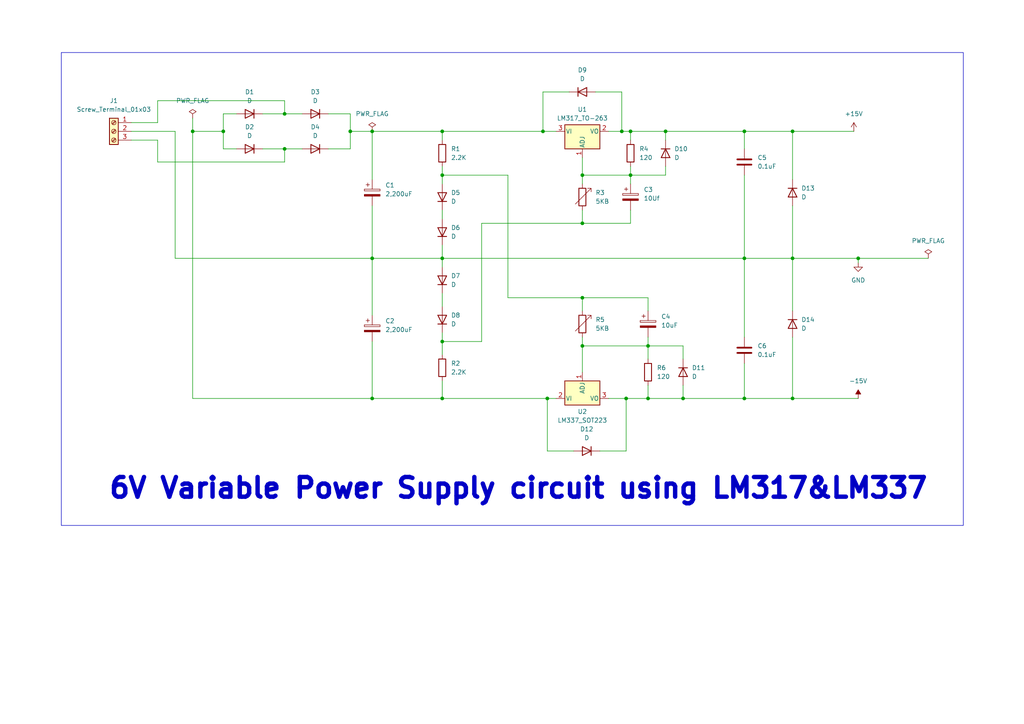
<source format=kicad_sch>
(kicad_sch
	(version 20250114)
	(generator "eeschema")
	(generator_version "9.0")
	(uuid "79526a0a-3674-496a-8524-36cbccf544b9")
	(paper "A4")
	(lib_symbols
		(symbol "Connector:Screw_Terminal_01x03"
			(pin_names
				(offset 1.016)
				(hide yes)
			)
			(exclude_from_sim no)
			(in_bom yes)
			(on_board yes)
			(property "Reference" "J"
				(at 0 5.08 0)
				(effects
					(font
						(size 1.27 1.27)
					)
				)
			)
			(property "Value" "Screw_Terminal_01x03"
				(at 0 -5.08 0)
				(effects
					(font
						(size 1.27 1.27)
					)
				)
			)
			(property "Footprint" ""
				(at 0 0 0)
				(effects
					(font
						(size 1.27 1.27)
					)
					(hide yes)
				)
			)
			(property "Datasheet" "~"
				(at 0 0 0)
				(effects
					(font
						(size 1.27 1.27)
					)
					(hide yes)
				)
			)
			(property "Description" "Generic screw terminal, single row, 01x03, script generated (kicad-library-utils/schlib/autogen/connector/)"
				(at 0 0 0)
				(effects
					(font
						(size 1.27 1.27)
					)
					(hide yes)
				)
			)
			(property "ki_keywords" "screw terminal"
				(at 0 0 0)
				(effects
					(font
						(size 1.27 1.27)
					)
					(hide yes)
				)
			)
			(property "ki_fp_filters" "TerminalBlock*:*"
				(at 0 0 0)
				(effects
					(font
						(size 1.27 1.27)
					)
					(hide yes)
				)
			)
			(symbol "Screw_Terminal_01x03_1_1"
				(rectangle
					(start -1.27 3.81)
					(end 1.27 -3.81)
					(stroke
						(width 0.254)
						(type default)
					)
					(fill
						(type background)
					)
				)
				(polyline
					(pts
						(xy -0.5334 2.8702) (xy 0.3302 2.032)
					)
					(stroke
						(width 0.1524)
						(type default)
					)
					(fill
						(type none)
					)
				)
				(polyline
					(pts
						(xy -0.5334 0.3302) (xy 0.3302 -0.508)
					)
					(stroke
						(width 0.1524)
						(type default)
					)
					(fill
						(type none)
					)
				)
				(polyline
					(pts
						(xy -0.5334 -2.2098) (xy 0.3302 -3.048)
					)
					(stroke
						(width 0.1524)
						(type default)
					)
					(fill
						(type none)
					)
				)
				(polyline
					(pts
						(xy -0.3556 3.048) (xy 0.508 2.2098)
					)
					(stroke
						(width 0.1524)
						(type default)
					)
					(fill
						(type none)
					)
				)
				(polyline
					(pts
						(xy -0.3556 0.508) (xy 0.508 -0.3302)
					)
					(stroke
						(width 0.1524)
						(type default)
					)
					(fill
						(type none)
					)
				)
				(polyline
					(pts
						(xy -0.3556 -2.032) (xy 0.508 -2.8702)
					)
					(stroke
						(width 0.1524)
						(type default)
					)
					(fill
						(type none)
					)
				)
				(circle
					(center 0 2.54)
					(radius 0.635)
					(stroke
						(width 0.1524)
						(type default)
					)
					(fill
						(type none)
					)
				)
				(circle
					(center 0 0)
					(radius 0.635)
					(stroke
						(width 0.1524)
						(type default)
					)
					(fill
						(type none)
					)
				)
				(circle
					(center 0 -2.54)
					(radius 0.635)
					(stroke
						(width 0.1524)
						(type default)
					)
					(fill
						(type none)
					)
				)
				(pin passive line
					(at -5.08 2.54 0)
					(length 3.81)
					(name "Pin_1"
						(effects
							(font
								(size 1.27 1.27)
							)
						)
					)
					(number "1"
						(effects
							(font
								(size 1.27 1.27)
							)
						)
					)
				)
				(pin passive line
					(at -5.08 0 0)
					(length 3.81)
					(name "Pin_2"
						(effects
							(font
								(size 1.27 1.27)
							)
						)
					)
					(number "2"
						(effects
							(font
								(size 1.27 1.27)
							)
						)
					)
				)
				(pin passive line
					(at -5.08 -2.54 0)
					(length 3.81)
					(name "Pin_3"
						(effects
							(font
								(size 1.27 1.27)
							)
						)
					)
					(number "3"
						(effects
							(font
								(size 1.27 1.27)
							)
						)
					)
				)
			)
			(embedded_fonts no)
		)
		(symbol "Device:C"
			(pin_numbers
				(hide yes)
			)
			(pin_names
				(offset 0.254)
			)
			(exclude_from_sim no)
			(in_bom yes)
			(on_board yes)
			(property "Reference" "C"
				(at 0.635 2.54 0)
				(effects
					(font
						(size 1.27 1.27)
					)
					(justify left)
				)
			)
			(property "Value" "C"
				(at 0.635 -2.54 0)
				(effects
					(font
						(size 1.27 1.27)
					)
					(justify left)
				)
			)
			(property "Footprint" ""
				(at 0.9652 -3.81 0)
				(effects
					(font
						(size 1.27 1.27)
					)
					(hide yes)
				)
			)
			(property "Datasheet" "~"
				(at 0 0 0)
				(effects
					(font
						(size 1.27 1.27)
					)
					(hide yes)
				)
			)
			(property "Description" "Unpolarized capacitor"
				(at 0 0 0)
				(effects
					(font
						(size 1.27 1.27)
					)
					(hide yes)
				)
			)
			(property "ki_keywords" "cap capacitor"
				(at 0 0 0)
				(effects
					(font
						(size 1.27 1.27)
					)
					(hide yes)
				)
			)
			(property "ki_fp_filters" "C_*"
				(at 0 0 0)
				(effects
					(font
						(size 1.27 1.27)
					)
					(hide yes)
				)
			)
			(symbol "C_0_1"
				(polyline
					(pts
						(xy -2.032 0.762) (xy 2.032 0.762)
					)
					(stroke
						(width 0.508)
						(type default)
					)
					(fill
						(type none)
					)
				)
				(polyline
					(pts
						(xy -2.032 -0.762) (xy 2.032 -0.762)
					)
					(stroke
						(width 0.508)
						(type default)
					)
					(fill
						(type none)
					)
				)
			)
			(symbol "C_1_1"
				(pin passive line
					(at 0 3.81 270)
					(length 2.794)
					(name "~"
						(effects
							(font
								(size 1.27 1.27)
							)
						)
					)
					(number "1"
						(effects
							(font
								(size 1.27 1.27)
							)
						)
					)
				)
				(pin passive line
					(at 0 -3.81 90)
					(length 2.794)
					(name "~"
						(effects
							(font
								(size 1.27 1.27)
							)
						)
					)
					(number "2"
						(effects
							(font
								(size 1.27 1.27)
							)
						)
					)
				)
			)
			(embedded_fonts no)
		)
		(symbol "Device:C_Polarized"
			(pin_numbers
				(hide yes)
			)
			(pin_names
				(offset 0.254)
			)
			(exclude_from_sim no)
			(in_bom yes)
			(on_board yes)
			(property "Reference" "C"
				(at 0.635 2.54 0)
				(effects
					(font
						(size 1.27 1.27)
					)
					(justify left)
				)
			)
			(property "Value" "C_Polarized"
				(at 0.635 -2.54 0)
				(effects
					(font
						(size 1.27 1.27)
					)
					(justify left)
				)
			)
			(property "Footprint" ""
				(at 0.9652 -3.81 0)
				(effects
					(font
						(size 1.27 1.27)
					)
					(hide yes)
				)
			)
			(property "Datasheet" "~"
				(at 0 0 0)
				(effects
					(font
						(size 1.27 1.27)
					)
					(hide yes)
				)
			)
			(property "Description" "Polarized capacitor"
				(at 0 0 0)
				(effects
					(font
						(size 1.27 1.27)
					)
					(hide yes)
				)
			)
			(property "ki_keywords" "cap capacitor"
				(at 0 0 0)
				(effects
					(font
						(size 1.27 1.27)
					)
					(hide yes)
				)
			)
			(property "ki_fp_filters" "CP_*"
				(at 0 0 0)
				(effects
					(font
						(size 1.27 1.27)
					)
					(hide yes)
				)
			)
			(symbol "C_Polarized_0_1"
				(rectangle
					(start -2.286 0.508)
					(end 2.286 1.016)
					(stroke
						(width 0)
						(type default)
					)
					(fill
						(type none)
					)
				)
				(polyline
					(pts
						(xy -1.778 2.286) (xy -0.762 2.286)
					)
					(stroke
						(width 0)
						(type default)
					)
					(fill
						(type none)
					)
				)
				(polyline
					(pts
						(xy -1.27 2.794) (xy -1.27 1.778)
					)
					(stroke
						(width 0)
						(type default)
					)
					(fill
						(type none)
					)
				)
				(rectangle
					(start 2.286 -0.508)
					(end -2.286 -1.016)
					(stroke
						(width 0)
						(type default)
					)
					(fill
						(type outline)
					)
				)
			)
			(symbol "C_Polarized_1_1"
				(pin passive line
					(at 0 3.81 270)
					(length 2.794)
					(name "~"
						(effects
							(font
								(size 1.27 1.27)
							)
						)
					)
					(number "1"
						(effects
							(font
								(size 1.27 1.27)
							)
						)
					)
				)
				(pin passive line
					(at 0 -3.81 90)
					(length 2.794)
					(name "~"
						(effects
							(font
								(size 1.27 1.27)
							)
						)
					)
					(number "2"
						(effects
							(font
								(size 1.27 1.27)
							)
						)
					)
				)
			)
			(embedded_fonts no)
		)
		(symbol "Device:D"
			(pin_numbers
				(hide yes)
			)
			(pin_names
				(offset 1.016)
				(hide yes)
			)
			(exclude_from_sim no)
			(in_bom yes)
			(on_board yes)
			(property "Reference" "D"
				(at 0 2.54 0)
				(effects
					(font
						(size 1.27 1.27)
					)
				)
			)
			(property "Value" "D"
				(at 0 -2.54 0)
				(effects
					(font
						(size 1.27 1.27)
					)
				)
			)
			(property "Footprint" ""
				(at 0 0 0)
				(effects
					(font
						(size 1.27 1.27)
					)
					(hide yes)
				)
			)
			(property "Datasheet" "~"
				(at 0 0 0)
				(effects
					(font
						(size 1.27 1.27)
					)
					(hide yes)
				)
			)
			(property "Description" "Diode"
				(at 0 0 0)
				(effects
					(font
						(size 1.27 1.27)
					)
					(hide yes)
				)
			)
			(property "Sim.Device" "D"
				(at 0 0 0)
				(effects
					(font
						(size 1.27 1.27)
					)
					(hide yes)
				)
			)
			(property "Sim.Pins" "1=K 2=A"
				(at 0 0 0)
				(effects
					(font
						(size 1.27 1.27)
					)
					(hide yes)
				)
			)
			(property "ki_keywords" "diode"
				(at 0 0 0)
				(effects
					(font
						(size 1.27 1.27)
					)
					(hide yes)
				)
			)
			(property "ki_fp_filters" "TO-???* *_Diode_* *SingleDiode* D_*"
				(at 0 0 0)
				(effects
					(font
						(size 1.27 1.27)
					)
					(hide yes)
				)
			)
			(symbol "D_0_1"
				(polyline
					(pts
						(xy -1.27 1.27) (xy -1.27 -1.27)
					)
					(stroke
						(width 0.254)
						(type default)
					)
					(fill
						(type none)
					)
				)
				(polyline
					(pts
						(xy 1.27 1.27) (xy 1.27 -1.27) (xy -1.27 0) (xy 1.27 1.27)
					)
					(stroke
						(width 0.254)
						(type default)
					)
					(fill
						(type none)
					)
				)
				(polyline
					(pts
						(xy 1.27 0) (xy -1.27 0)
					)
					(stroke
						(width 0)
						(type default)
					)
					(fill
						(type none)
					)
				)
			)
			(symbol "D_1_1"
				(pin passive line
					(at -3.81 0 0)
					(length 2.54)
					(name "K"
						(effects
							(font
								(size 1.27 1.27)
							)
						)
					)
					(number "1"
						(effects
							(font
								(size 1.27 1.27)
							)
						)
					)
				)
				(pin passive line
					(at 3.81 0 180)
					(length 2.54)
					(name "A"
						(effects
							(font
								(size 1.27 1.27)
							)
						)
					)
					(number "2"
						(effects
							(font
								(size 1.27 1.27)
							)
						)
					)
				)
			)
			(embedded_fonts no)
		)
		(symbol "Device:R"
			(pin_numbers
				(hide yes)
			)
			(pin_names
				(offset 0)
			)
			(exclude_from_sim no)
			(in_bom yes)
			(on_board yes)
			(property "Reference" "R"
				(at 2.032 0 90)
				(effects
					(font
						(size 1.27 1.27)
					)
				)
			)
			(property "Value" "R"
				(at 0 0 90)
				(effects
					(font
						(size 1.27 1.27)
					)
				)
			)
			(property "Footprint" ""
				(at -1.778 0 90)
				(effects
					(font
						(size 1.27 1.27)
					)
					(hide yes)
				)
			)
			(property "Datasheet" "~"
				(at 0 0 0)
				(effects
					(font
						(size 1.27 1.27)
					)
					(hide yes)
				)
			)
			(property "Description" "Resistor"
				(at 0 0 0)
				(effects
					(font
						(size 1.27 1.27)
					)
					(hide yes)
				)
			)
			(property "ki_keywords" "R res resistor"
				(at 0 0 0)
				(effects
					(font
						(size 1.27 1.27)
					)
					(hide yes)
				)
			)
			(property "ki_fp_filters" "R_*"
				(at 0 0 0)
				(effects
					(font
						(size 1.27 1.27)
					)
					(hide yes)
				)
			)
			(symbol "R_0_1"
				(rectangle
					(start -1.016 -2.54)
					(end 1.016 2.54)
					(stroke
						(width 0.254)
						(type default)
					)
					(fill
						(type none)
					)
				)
			)
			(symbol "R_1_1"
				(pin passive line
					(at 0 3.81 270)
					(length 1.27)
					(name "~"
						(effects
							(font
								(size 1.27 1.27)
							)
						)
					)
					(number "1"
						(effects
							(font
								(size 1.27 1.27)
							)
						)
					)
				)
				(pin passive line
					(at 0 -3.81 90)
					(length 1.27)
					(name "~"
						(effects
							(font
								(size 1.27 1.27)
							)
						)
					)
					(number "2"
						(effects
							(font
								(size 1.27 1.27)
							)
						)
					)
				)
			)
			(embedded_fonts no)
		)
		(symbol "Device:R_Variable"
			(pin_numbers
				(hide yes)
			)
			(pin_names
				(offset 0)
			)
			(exclude_from_sim no)
			(in_bom yes)
			(on_board yes)
			(property "Reference" "R"
				(at 2.54 -2.54 90)
				(effects
					(font
						(size 1.27 1.27)
					)
					(justify left)
				)
			)
			(property "Value" "R_Variable"
				(at -2.54 -1.27 90)
				(effects
					(font
						(size 1.27 1.27)
					)
					(justify left)
				)
			)
			(property "Footprint" ""
				(at -1.778 0 90)
				(effects
					(font
						(size 1.27 1.27)
					)
					(hide yes)
				)
			)
			(property "Datasheet" "~"
				(at 0 0 0)
				(effects
					(font
						(size 1.27 1.27)
					)
					(hide yes)
				)
			)
			(property "Description" "Variable resistor"
				(at 0 0 0)
				(effects
					(font
						(size 1.27 1.27)
					)
					(hide yes)
				)
			)
			(property "ki_keywords" "R res resistor variable potentiometer rheostat"
				(at 0 0 0)
				(effects
					(font
						(size 1.27 1.27)
					)
					(hide yes)
				)
			)
			(property "ki_fp_filters" "R_*"
				(at 0 0 0)
				(effects
					(font
						(size 1.27 1.27)
					)
					(hide yes)
				)
			)
			(symbol "R_Variable_0_1"
				(rectangle
					(start -1.016 -2.54)
					(end 1.016 2.54)
					(stroke
						(width 0.254)
						(type default)
					)
					(fill
						(type none)
					)
				)
				(polyline
					(pts
						(xy 2.54 1.524) (xy 2.54 2.54) (xy 1.524 2.54) (xy 2.54 2.54) (xy -2.032 -2.032)
					)
					(stroke
						(width 0)
						(type default)
					)
					(fill
						(type none)
					)
				)
			)
			(symbol "R_Variable_1_1"
				(pin passive line
					(at 0 3.81 270)
					(length 1.27)
					(name "~"
						(effects
							(font
								(size 1.27 1.27)
							)
						)
					)
					(number "1"
						(effects
							(font
								(size 1.27 1.27)
							)
						)
					)
				)
				(pin passive line
					(at 0 -3.81 90)
					(length 1.27)
					(name "~"
						(effects
							(font
								(size 1.27 1.27)
							)
						)
					)
					(number "2"
						(effects
							(font
								(size 1.27 1.27)
							)
						)
					)
				)
			)
			(embedded_fonts no)
		)
		(symbol "Regulator_Linear:LM317_TO-263"
			(pin_names
				(offset 0.254)
			)
			(exclude_from_sim no)
			(in_bom yes)
			(on_board yes)
			(property "Reference" "U"
				(at -3.81 3.175 0)
				(effects
					(font
						(size 1.27 1.27)
					)
				)
			)
			(property "Value" "LM317_TO-263"
				(at 0 3.175 0)
				(effects
					(font
						(size 1.27 1.27)
					)
					(justify left)
				)
			)
			(property "Footprint" "Package_TO_SOT_SMD:TO-263-2"
				(at 0 6.35 0)
				(effects
					(font
						(size 1.27 1.27)
						(italic yes)
					)
					(hide yes)
				)
			)
			(property "Datasheet" "http://www.ti.com/lit/ds/symlink/lm317.pdf"
				(at 0 0 0)
				(effects
					(font
						(size 1.27 1.27)
					)
					(hide yes)
				)
			)
			(property "Description" "1.5A 35V Adjustable Linear Regulator, TO-263"
				(at 0 0 0)
				(effects
					(font
						(size 1.27 1.27)
					)
					(hide yes)
				)
			)
			(property "ki_keywords" "Adjustable Voltage Regulator 1A Positive"
				(at 0 0 0)
				(effects
					(font
						(size 1.27 1.27)
					)
					(hide yes)
				)
			)
			(property "ki_fp_filters" "TO?263*"
				(at 0 0 0)
				(effects
					(font
						(size 1.27 1.27)
					)
					(hide yes)
				)
			)
			(symbol "LM317_TO-263_0_1"
				(rectangle
					(start -5.08 1.905)
					(end 5.08 -5.08)
					(stroke
						(width 0.254)
						(type default)
					)
					(fill
						(type background)
					)
				)
			)
			(symbol "LM317_TO-263_1_1"
				(pin power_in line
					(at -7.62 0 0)
					(length 2.54)
					(name "VI"
						(effects
							(font
								(size 1.27 1.27)
							)
						)
					)
					(number "3"
						(effects
							(font
								(size 1.27 1.27)
							)
						)
					)
				)
				(pin input line
					(at 0 -7.62 90)
					(length 2.54)
					(name "ADJ"
						(effects
							(font
								(size 1.27 1.27)
							)
						)
					)
					(number "1"
						(effects
							(font
								(size 1.27 1.27)
							)
						)
					)
				)
				(pin power_out line
					(at 7.62 0 180)
					(length 2.54)
					(name "VO"
						(effects
							(font
								(size 1.27 1.27)
							)
						)
					)
					(number "2"
						(effects
							(font
								(size 1.27 1.27)
							)
						)
					)
				)
			)
			(embedded_fonts no)
		)
		(symbol "Regulator_Linear:LM337_SOT223"
			(pin_names
				(offset 0.254)
			)
			(exclude_from_sim no)
			(in_bom yes)
			(on_board yes)
			(property "Reference" "U"
				(at -3.81 -3.175 0)
				(effects
					(font
						(size 1.27 1.27)
					)
				)
			)
			(property "Value" "LM337_SOT223"
				(at 0 -3.175 0)
				(effects
					(font
						(size 1.27 1.27)
					)
					(justify left)
				)
			)
			(property "Footprint" "Package_TO_SOT_SMD:SOT-223-3_TabPin2"
				(at 0 -5.08 0)
				(effects
					(font
						(size 1.27 1.27)
						(italic yes)
					)
					(hide yes)
				)
			)
			(property "Datasheet" "http://www.ti.com/lit/ds/symlink/lm337-n.pdf"
				(at 0 0 0)
				(effects
					(font
						(size 1.27 1.27)
					)
					(hide yes)
				)
			)
			(property "Description" "Negative 1A 35V Adjustable Linear Regulator, SOT-223"
				(at 0 0 0)
				(effects
					(font
						(size 1.27 1.27)
					)
					(hide yes)
				)
			)
			(property "ki_keywords" "Adjustable Voltage Regulator 1A Negative"
				(at 0 0 0)
				(effects
					(font
						(size 1.27 1.27)
					)
					(hide yes)
				)
			)
			(property "ki_fp_filters" "SOT?223*"
				(at 0 0 0)
				(effects
					(font
						(size 1.27 1.27)
					)
					(hide yes)
				)
			)
			(symbol "LM337_SOT223_0_1"
				(rectangle
					(start -5.08 5.08)
					(end 5.08 -1.905)
					(stroke
						(width 0.254)
						(type default)
					)
					(fill
						(type background)
					)
				)
			)
			(symbol "LM337_SOT223_1_1"
				(pin power_in line
					(at -7.62 0 0)
					(length 2.54)
					(name "VI"
						(effects
							(font
								(size 1.27 1.27)
							)
						)
					)
					(number "2"
						(effects
							(font
								(size 1.27 1.27)
							)
						)
					)
				)
				(pin input line
					(at 0 7.62 270)
					(length 2.54)
					(name "ADJ"
						(effects
							(font
								(size 1.27 1.27)
							)
						)
					)
					(number "1"
						(effects
							(font
								(size 1.27 1.27)
							)
						)
					)
				)
				(pin power_out line
					(at 7.62 0 180)
					(length 2.54)
					(name "VO"
						(effects
							(font
								(size 1.27 1.27)
							)
						)
					)
					(number "3"
						(effects
							(font
								(size 1.27 1.27)
							)
						)
					)
				)
			)
			(embedded_fonts no)
		)
		(symbol "power:+15V"
			(power)
			(pin_numbers
				(hide yes)
			)
			(pin_names
				(offset 0)
				(hide yes)
			)
			(exclude_from_sim no)
			(in_bom yes)
			(on_board yes)
			(property "Reference" "#PWR"
				(at 0 -3.81 0)
				(effects
					(font
						(size 1.27 1.27)
					)
					(hide yes)
				)
			)
			(property "Value" "+15V"
				(at 0 3.556 0)
				(effects
					(font
						(size 1.27 1.27)
					)
				)
			)
			(property "Footprint" ""
				(at 0 0 0)
				(effects
					(font
						(size 1.27 1.27)
					)
					(hide yes)
				)
			)
			(property "Datasheet" ""
				(at 0 0 0)
				(effects
					(font
						(size 1.27 1.27)
					)
					(hide yes)
				)
			)
			(property "Description" "Power symbol creates a global label with name \"+15V\""
				(at 0 0 0)
				(effects
					(font
						(size 1.27 1.27)
					)
					(hide yes)
				)
			)
			(property "ki_keywords" "global power"
				(at 0 0 0)
				(effects
					(font
						(size 1.27 1.27)
					)
					(hide yes)
				)
			)
			(symbol "+15V_0_1"
				(polyline
					(pts
						(xy -0.762 1.27) (xy 0 2.54)
					)
					(stroke
						(width 0)
						(type default)
					)
					(fill
						(type none)
					)
				)
				(polyline
					(pts
						(xy 0 2.54) (xy 0.762 1.27)
					)
					(stroke
						(width 0)
						(type default)
					)
					(fill
						(type none)
					)
				)
				(polyline
					(pts
						(xy 0 0) (xy 0 2.54)
					)
					(stroke
						(width 0)
						(type default)
					)
					(fill
						(type none)
					)
				)
			)
			(symbol "+15V_1_1"
				(pin power_in line
					(at 0 0 90)
					(length 0)
					(name "~"
						(effects
							(font
								(size 1.27 1.27)
							)
						)
					)
					(number "1"
						(effects
							(font
								(size 1.27 1.27)
							)
						)
					)
				)
			)
			(embedded_fonts no)
		)
		(symbol "power:-15V"
			(power)
			(pin_numbers
				(hide yes)
			)
			(pin_names
				(offset 0)
				(hide yes)
			)
			(exclude_from_sim no)
			(in_bom yes)
			(on_board yes)
			(property "Reference" "#PWR"
				(at 0 -3.81 0)
				(effects
					(font
						(size 1.27 1.27)
					)
					(hide yes)
				)
			)
			(property "Value" "-15V"
				(at 0 3.556 0)
				(effects
					(font
						(size 1.27 1.27)
					)
				)
			)
			(property "Footprint" ""
				(at 0 0 0)
				(effects
					(font
						(size 1.27 1.27)
					)
					(hide yes)
				)
			)
			(property "Datasheet" ""
				(at 0 0 0)
				(effects
					(font
						(size 1.27 1.27)
					)
					(hide yes)
				)
			)
			(property "Description" "Power symbol creates a global label with name \"-15V\""
				(at 0 0 0)
				(effects
					(font
						(size 1.27 1.27)
					)
					(hide yes)
				)
			)
			(property "ki_keywords" "global power"
				(at 0 0 0)
				(effects
					(font
						(size 1.27 1.27)
					)
					(hide yes)
				)
			)
			(symbol "-15V_0_0"
				(pin power_in line
					(at 0 0 90)
					(length 0)
					(name "~"
						(effects
							(font
								(size 1.27 1.27)
							)
						)
					)
					(number "1"
						(effects
							(font
								(size 1.27 1.27)
							)
						)
					)
				)
			)
			(symbol "-15V_0_1"
				(polyline
					(pts
						(xy 0 0) (xy 0 1.27) (xy 0.762 1.27) (xy 0 2.54) (xy -0.762 1.27) (xy 0 1.27)
					)
					(stroke
						(width 0)
						(type default)
					)
					(fill
						(type outline)
					)
				)
			)
			(embedded_fonts no)
		)
		(symbol "power:GND"
			(power)
			(pin_numbers
				(hide yes)
			)
			(pin_names
				(offset 0)
				(hide yes)
			)
			(exclude_from_sim no)
			(in_bom yes)
			(on_board yes)
			(property "Reference" "#PWR"
				(at 0 -6.35 0)
				(effects
					(font
						(size 1.27 1.27)
					)
					(hide yes)
				)
			)
			(property "Value" "GND"
				(at 0 -3.81 0)
				(effects
					(font
						(size 1.27 1.27)
					)
				)
			)
			(property "Footprint" ""
				(at 0 0 0)
				(effects
					(font
						(size 1.27 1.27)
					)
					(hide yes)
				)
			)
			(property "Datasheet" ""
				(at 0 0 0)
				(effects
					(font
						(size 1.27 1.27)
					)
					(hide yes)
				)
			)
			(property "Description" "Power symbol creates a global label with name \"GND\" , ground"
				(at 0 0 0)
				(effects
					(font
						(size 1.27 1.27)
					)
					(hide yes)
				)
			)
			(property "ki_keywords" "global power"
				(at 0 0 0)
				(effects
					(font
						(size 1.27 1.27)
					)
					(hide yes)
				)
			)
			(symbol "GND_0_1"
				(polyline
					(pts
						(xy 0 0) (xy 0 -1.27) (xy 1.27 -1.27) (xy 0 -2.54) (xy -1.27 -1.27) (xy 0 -1.27)
					)
					(stroke
						(width 0)
						(type default)
					)
					(fill
						(type none)
					)
				)
			)
			(symbol "GND_1_1"
				(pin power_in line
					(at 0 0 270)
					(length 0)
					(name "~"
						(effects
							(font
								(size 1.27 1.27)
							)
						)
					)
					(number "1"
						(effects
							(font
								(size 1.27 1.27)
							)
						)
					)
				)
			)
			(embedded_fonts no)
		)
		(symbol "power:PWR_FLAG"
			(power)
			(pin_numbers
				(hide yes)
			)
			(pin_names
				(offset 0)
				(hide yes)
			)
			(exclude_from_sim no)
			(in_bom yes)
			(on_board yes)
			(property "Reference" "#FLG"
				(at 0 1.905 0)
				(effects
					(font
						(size 1.27 1.27)
					)
					(hide yes)
				)
			)
			(property "Value" "PWR_FLAG"
				(at 0 3.81 0)
				(effects
					(font
						(size 1.27 1.27)
					)
				)
			)
			(property "Footprint" ""
				(at 0 0 0)
				(effects
					(font
						(size 1.27 1.27)
					)
					(hide yes)
				)
			)
			(property "Datasheet" "~"
				(at 0 0 0)
				(effects
					(font
						(size 1.27 1.27)
					)
					(hide yes)
				)
			)
			(property "Description" "Special symbol for telling ERC where power comes from"
				(at 0 0 0)
				(effects
					(font
						(size 1.27 1.27)
					)
					(hide yes)
				)
			)
			(property "ki_keywords" "flag power"
				(at 0 0 0)
				(effects
					(font
						(size 1.27 1.27)
					)
					(hide yes)
				)
			)
			(symbol "PWR_FLAG_0_0"
				(pin power_out line
					(at 0 0 90)
					(length 0)
					(name "~"
						(effects
							(font
								(size 1.27 1.27)
							)
						)
					)
					(number "1"
						(effects
							(font
								(size 1.27 1.27)
							)
						)
					)
				)
			)
			(symbol "PWR_FLAG_0_1"
				(polyline
					(pts
						(xy 0 0) (xy 0 1.27) (xy -1.016 1.905) (xy 0 2.54) (xy 1.016 1.905) (xy 0 1.27)
					)
					(stroke
						(width 0)
						(type default)
					)
					(fill
						(type none)
					)
				)
			)
			(embedded_fonts no)
		)
	)
	(rectangle
		(start 17.78 15.24)
		(end 279.4 152.4)
		(stroke
			(width 0)
			(type default)
		)
		(fill
			(type none)
		)
		(uuid 2c11c448-53f7-4c22-a564-3040b67b7841)
	)
	(text "6V Variable Power Supply circuit using LM317&LM337"
		(exclude_from_sim no)
		(at 150.368 141.732 0)
		(effects
			(font
				(size 5.715 5.715)
				(thickness 1.27)
				(bold yes)
			)
		)
		(uuid "0ecd7837-0b92-45e5-a808-31d0724ee467")
	)
	(junction
		(at 55.88 38.1)
		(diameter 0)
		(color 0 0 0 0)
		(uuid "00b7aec0-054b-4485-b06b-bf8244b6e534")
	)
	(junction
		(at 128.27 38.1)
		(diameter 0)
		(color 0 0 0 0)
		(uuid "015a64cc-d1b4-4197-9c3f-7da183bf39c2")
	)
	(junction
		(at 128.27 50.8)
		(diameter 0)
		(color 0 0 0 0)
		(uuid "162eb76c-823c-41cb-b051-a73418e1f433")
	)
	(junction
		(at 182.88 38.1)
		(diameter 0)
		(color 0 0 0 0)
		(uuid "171fc622-7060-4fe6-8b65-192fc7e1d425")
	)
	(junction
		(at 215.9 38.1)
		(diameter 0)
		(color 0 0 0 0)
		(uuid "1c6b3c51-50c9-44e3-803a-285048e41dbf")
	)
	(junction
		(at 128.27 99.06)
		(diameter 0)
		(color 0 0 0 0)
		(uuid "1c6b5f13-52cd-483f-9b98-a5d92a6c7486")
	)
	(junction
		(at 229.87 115.57)
		(diameter 0)
		(color 0 0 0 0)
		(uuid "20ea3024-9b7e-41bb-8b83-5dc0e1a08520")
	)
	(junction
		(at 158.75 115.57)
		(diameter 0)
		(color 0 0 0 0)
		(uuid "240da079-e326-4965-b2dc-0eed50a0ac8b")
	)
	(junction
		(at 182.88 50.8)
		(diameter 0)
		(color 0 0 0 0)
		(uuid "2b098877-838f-4e59-b2b8-ddd4fee803b9")
	)
	(junction
		(at 180.34 38.1)
		(diameter 0)
		(color 0 0 0 0)
		(uuid "2d940e44-f854-405e-bad2-908c16995bbb")
	)
	(junction
		(at 229.87 38.1)
		(diameter 0)
		(color 0 0 0 0)
		(uuid "3289d268-08e6-49b6-9c5c-c806cf763280")
	)
	(junction
		(at 128.27 115.57)
		(diameter 0)
		(color 0 0 0 0)
		(uuid "3674c41f-cd68-4415-b7a4-b69bf192a0c0")
	)
	(junction
		(at 187.96 100.33)
		(diameter 0)
		(color 0 0 0 0)
		(uuid "396f9efe-1a9e-4a6c-9a41-ade9e4eb633d")
	)
	(junction
		(at 168.91 86.36)
		(diameter 0)
		(color 0 0 0 0)
		(uuid "3abb6a63-2ac3-414c-9fb7-ea7cd3619075")
	)
	(junction
		(at 215.9 74.93)
		(diameter 0)
		(color 0 0 0 0)
		(uuid "404facb3-abcd-4d42-888d-bbe7676e574c")
	)
	(junction
		(at 82.55 33.02)
		(diameter 0)
		(color 0 0 0 0)
		(uuid "465d2d03-7ec5-49e4-ab78-9846fab3d7b2")
	)
	(junction
		(at 168.91 100.33)
		(diameter 0)
		(color 0 0 0 0)
		(uuid "46bf0c63-87fb-4b38-9d77-f08c5179b0bf")
	)
	(junction
		(at 157.48 38.1)
		(diameter 0)
		(color 0 0 0 0)
		(uuid "63842775-40b9-4a46-80a4-d4f20b1c6fcd")
	)
	(junction
		(at 168.91 64.77)
		(diameter 0)
		(color 0 0 0 0)
		(uuid "6588a05f-a036-4e15-918e-6b6a791f7043")
	)
	(junction
		(at 64.77 38.1)
		(diameter 0)
		(color 0 0 0 0)
		(uuid "680e6646-59ec-43a3-871c-929882889862")
	)
	(junction
		(at 128.27 74.93)
		(diameter 0)
		(color 0 0 0 0)
		(uuid "7b6f5d34-1d56-4e75-b7cc-5cf612b6b599")
	)
	(junction
		(at 107.95 115.57)
		(diameter 0)
		(color 0 0 0 0)
		(uuid "7f7aeb03-71f0-4465-adc2-8021016ca9a7")
	)
	(junction
		(at 82.55 43.18)
		(diameter 0)
		(color 0 0 0 0)
		(uuid "801b849c-6b3e-4339-90ec-0318b86ee3a0")
	)
	(junction
		(at 198.12 115.57)
		(diameter 0)
		(color 0 0 0 0)
		(uuid "82b40858-4ba2-44f8-aa88-d50b8002cbe5")
	)
	(junction
		(at 229.87 74.93)
		(diameter 0)
		(color 0 0 0 0)
		(uuid "968e57a2-7edc-435b-92b3-c56d0a979ff0")
	)
	(junction
		(at 107.95 38.1)
		(diameter 0)
		(color 0 0 0 0)
		(uuid "9df67f13-b5a2-4397-a680-a5dd0bd44959")
	)
	(junction
		(at 215.9 115.57)
		(diameter 0)
		(color 0 0 0 0)
		(uuid "b8460828-8553-46a5-958c-e1c53a671659")
	)
	(junction
		(at 107.95 74.93)
		(diameter 0)
		(color 0 0 0 0)
		(uuid "bb11e47e-48f1-445f-8dd3-993c16cf09e6")
	)
	(junction
		(at 187.96 115.57)
		(diameter 0)
		(color 0 0 0 0)
		(uuid "cf019180-f20b-488a-a802-0e7e42b0c060")
	)
	(junction
		(at 248.92 74.93)
		(diameter 0)
		(color 0 0 0 0)
		(uuid "d371598c-1e9a-4d11-80f2-65e1ce2a6201")
	)
	(junction
		(at 101.6 38.1)
		(diameter 0)
		(color 0 0 0 0)
		(uuid "d6f490e3-535a-4796-bef4-5a0edbb7d541")
	)
	(junction
		(at 193.04 38.1)
		(diameter 0)
		(color 0 0 0 0)
		(uuid "eee2c323-1ce4-42ee-953c-b1694486d4ea")
	)
	(junction
		(at 181.61 115.57)
		(diameter 0)
		(color 0 0 0 0)
		(uuid "f6df9640-7b55-45bd-9431-d867d115b304")
	)
	(junction
		(at 168.91 50.8)
		(diameter 0)
		(color 0 0 0 0)
		(uuid "fa352a5d-2993-4b3d-8446-c0f34fb900c0")
	)
	(wire
		(pts
			(xy 168.91 100.33) (xy 187.96 100.33)
		)
		(stroke
			(width 0)
			(type default)
		)
		(uuid "0030a234-a81f-43f4-98aa-325cd9b9c75c")
	)
	(wire
		(pts
			(xy 128.27 115.57) (xy 128.27 110.49)
		)
		(stroke
			(width 0)
			(type default)
		)
		(uuid "06bac4d0-8c8d-4bd5-a54c-e6a753074a89")
	)
	(wire
		(pts
			(xy 128.27 74.93) (xy 128.27 77.47)
		)
		(stroke
			(width 0)
			(type default)
		)
		(uuid "07da4f7a-da86-4446-8914-4c4193092075")
	)
	(wire
		(pts
			(xy 229.87 74.93) (xy 248.92 74.93)
		)
		(stroke
			(width 0)
			(type default)
		)
		(uuid "07fdd7c3-2427-40c3-ab42-14a301cb21ea")
	)
	(wire
		(pts
			(xy 82.55 43.18) (xy 87.63 43.18)
		)
		(stroke
			(width 0)
			(type default)
		)
		(uuid "0979d33f-c429-40f3-b468-8f556b6c0ae5")
	)
	(wire
		(pts
			(xy 107.95 74.93) (xy 107.95 91.44)
		)
		(stroke
			(width 0)
			(type default)
		)
		(uuid "09952814-e504-4c23-87d8-19666a9757ab")
	)
	(wire
		(pts
			(xy 215.9 50.8) (xy 215.9 74.93)
		)
		(stroke
			(width 0)
			(type default)
		)
		(uuid "0b5852e4-9757-4162-a4c0-a35b5a653864")
	)
	(wire
		(pts
			(xy 182.88 40.64) (xy 182.88 38.1)
		)
		(stroke
			(width 0)
			(type default)
		)
		(uuid "0d1c3da9-f895-44ac-9541-4b7450399f60")
	)
	(wire
		(pts
			(xy 198.12 104.14) (xy 198.12 100.33)
		)
		(stroke
			(width 0)
			(type default)
		)
		(uuid "114521f3-3f20-474b-8518-601ca89ec0c1")
	)
	(wire
		(pts
			(xy 187.96 90.17) (xy 187.96 86.36)
		)
		(stroke
			(width 0)
			(type default)
		)
		(uuid "134aee9c-dd68-4f84-9148-cd71fe2da1a0")
	)
	(wire
		(pts
			(xy 157.48 26.67) (xy 165.1 26.67)
		)
		(stroke
			(width 0)
			(type default)
		)
		(uuid "1bf9d291-ce51-45cd-889e-9782d9460188")
	)
	(wire
		(pts
			(xy 168.91 50.8) (xy 168.91 53.34)
		)
		(stroke
			(width 0)
			(type default)
		)
		(uuid "2233d45b-ebe0-4fc9-810d-8dbf1a7a0a31")
	)
	(wire
		(pts
			(xy 68.58 33.02) (xy 64.77 33.02)
		)
		(stroke
			(width 0)
			(type default)
		)
		(uuid "227491cd-bba5-4778-be14-de6301ea21e1")
	)
	(wire
		(pts
			(xy 64.77 33.02) (xy 64.77 38.1)
		)
		(stroke
			(width 0)
			(type default)
		)
		(uuid "23851389-f973-441a-a09c-61ec1e1b68b7")
	)
	(wire
		(pts
			(xy 168.91 50.8) (xy 182.88 50.8)
		)
		(stroke
			(width 0)
			(type default)
		)
		(uuid "24d56b5a-2708-4a3e-8bbb-19ddbd814d4d")
	)
	(wire
		(pts
			(xy 139.7 99.06) (xy 128.27 99.06)
		)
		(stroke
			(width 0)
			(type default)
		)
		(uuid "27cec440-51fa-451e-ad8e-2475bfb58667")
	)
	(wire
		(pts
			(xy 215.9 115.57) (xy 198.12 115.57)
		)
		(stroke
			(width 0)
			(type default)
		)
		(uuid "2cf109bc-3b61-48d7-bc59-a708e0bc1bfc")
	)
	(wire
		(pts
			(xy 182.88 48.26) (xy 182.88 50.8)
		)
		(stroke
			(width 0)
			(type default)
		)
		(uuid "32abe592-a44c-41a3-b754-ebef85ad9552")
	)
	(wire
		(pts
			(xy 168.91 100.33) (xy 168.91 107.95)
		)
		(stroke
			(width 0)
			(type default)
		)
		(uuid "32cddb52-734d-4800-867e-c269df150aca")
	)
	(wire
		(pts
			(xy 193.04 38.1) (xy 182.88 38.1)
		)
		(stroke
			(width 0)
			(type default)
		)
		(uuid "341592ae-75b9-412e-86b2-4ad4e5c2b306")
	)
	(wire
		(pts
			(xy 193.04 38.1) (xy 215.9 38.1)
		)
		(stroke
			(width 0)
			(type default)
		)
		(uuid "35d15640-c6af-4a9a-9184-b99af038b7e2")
	)
	(wire
		(pts
			(xy 198.12 115.57) (xy 187.96 115.57)
		)
		(stroke
			(width 0)
			(type default)
		)
		(uuid "37c2489c-d0c2-45e2-8127-139b6a3d4a18")
	)
	(wire
		(pts
			(xy 82.55 46.99) (xy 82.55 43.18)
		)
		(stroke
			(width 0)
			(type default)
		)
		(uuid "3bfb52a3-4eea-456b-a521-10ad7a6d667d")
	)
	(wire
		(pts
			(xy 215.9 74.93) (xy 229.87 74.93)
		)
		(stroke
			(width 0)
			(type default)
		)
		(uuid "40b7caa4-c126-436d-8bcf-4aa3c131e1d1")
	)
	(wire
		(pts
			(xy 128.27 38.1) (xy 157.48 38.1)
		)
		(stroke
			(width 0)
			(type default)
		)
		(uuid "420d40c9-7101-4220-8b8d-01b4829b2e78")
	)
	(wire
		(pts
			(xy 76.2 33.02) (xy 82.55 33.02)
		)
		(stroke
			(width 0)
			(type default)
		)
		(uuid "468f3fdb-6f2a-49d4-ba4f-23f12ad8019a")
	)
	(wire
		(pts
			(xy 176.53 115.57) (xy 181.61 115.57)
		)
		(stroke
			(width 0)
			(type default)
		)
		(uuid "473235f4-92c3-4fa9-b2c7-8b6216b79ebb")
	)
	(wire
		(pts
			(xy 45.72 40.64) (xy 45.72 46.99)
		)
		(stroke
			(width 0)
			(type default)
		)
		(uuid "4c595752-28c9-4f53-aaa3-55b67c6271e5")
	)
	(wire
		(pts
			(xy 107.95 38.1) (xy 107.95 52.07)
		)
		(stroke
			(width 0)
			(type default)
		)
		(uuid "4efae426-ac90-4024-a652-accc718aefcb")
	)
	(wire
		(pts
			(xy 64.77 38.1) (xy 64.77 43.18)
		)
		(stroke
			(width 0)
			(type default)
		)
		(uuid "4f03f95b-ed55-4f32-a55d-69e26df9feb7")
	)
	(wire
		(pts
			(xy 229.87 38.1) (xy 247.65 38.1)
		)
		(stroke
			(width 0)
			(type default)
		)
		(uuid "4fa491a1-ef3c-4fdd-841b-0193cecb657b")
	)
	(wire
		(pts
			(xy 107.95 99.06) (xy 107.95 115.57)
		)
		(stroke
			(width 0)
			(type default)
		)
		(uuid "50601f59-1667-48df-95fc-76374ed99a66")
	)
	(wire
		(pts
			(xy 187.96 86.36) (xy 168.91 86.36)
		)
		(stroke
			(width 0)
			(type default)
		)
		(uuid "57f9b1cf-9625-4c35-a640-bff14b2e216a")
	)
	(wire
		(pts
			(xy 158.75 130.81) (xy 166.37 130.81)
		)
		(stroke
			(width 0)
			(type default)
		)
		(uuid "5a217be6-49b7-4ebf-adc8-705cfe864acb")
	)
	(wire
		(pts
			(xy 229.87 115.57) (xy 215.9 115.57)
		)
		(stroke
			(width 0)
			(type default)
		)
		(uuid "5dd87a4e-5f88-43ae-af7d-ea8cadcad4f7")
	)
	(wire
		(pts
			(xy 128.27 99.06) (xy 128.27 102.87)
		)
		(stroke
			(width 0)
			(type default)
		)
		(uuid "5ef489f4-426d-45f7-8278-a2109fcd4d3f")
	)
	(wire
		(pts
			(xy 168.91 64.77) (xy 182.88 64.77)
		)
		(stroke
			(width 0)
			(type default)
		)
		(uuid "5f9d479b-b977-4fee-9453-59d43f07accd")
	)
	(wire
		(pts
			(xy 128.27 96.52) (xy 128.27 99.06)
		)
		(stroke
			(width 0)
			(type default)
		)
		(uuid "60b62085-cbe4-49b5-b2ab-241e4b70e083")
	)
	(wire
		(pts
			(xy 187.96 97.79) (xy 187.96 100.33)
		)
		(stroke
			(width 0)
			(type default)
		)
		(uuid "633bba69-d1fb-40d9-bbfe-e975eac2da25")
	)
	(wire
		(pts
			(xy 128.27 40.64) (xy 128.27 38.1)
		)
		(stroke
			(width 0)
			(type default)
		)
		(uuid "63c8bfb3-6e2b-41e4-aab2-15475c796f69")
	)
	(wire
		(pts
			(xy 128.27 74.93) (xy 215.9 74.93)
		)
		(stroke
			(width 0)
			(type default)
		)
		(uuid "6487b524-5aa8-4607-a7ee-d1c519cd9b74")
	)
	(wire
		(pts
			(xy 157.48 38.1) (xy 157.48 26.67)
		)
		(stroke
			(width 0)
			(type default)
		)
		(uuid "64bb88db-a3e1-464d-807d-f453deea5428")
	)
	(wire
		(pts
			(xy 147.32 86.36) (xy 147.32 50.8)
		)
		(stroke
			(width 0)
			(type default)
		)
		(uuid "66162739-7bb0-48fc-aaab-e915088b03b3")
	)
	(wire
		(pts
			(xy 147.32 50.8) (xy 128.27 50.8)
		)
		(stroke
			(width 0)
			(type default)
		)
		(uuid "6648cea6-4d13-4498-9c41-292731c8e814")
	)
	(wire
		(pts
			(xy 168.91 64.77) (xy 139.7 64.77)
		)
		(stroke
			(width 0)
			(type default)
		)
		(uuid "6672621a-ca84-4d56-a18f-598ccaa1a1ae")
	)
	(wire
		(pts
			(xy 248.92 74.93) (xy 269.24 74.93)
		)
		(stroke
			(width 0)
			(type default)
		)
		(uuid "68c2f36c-25a4-4854-bbe3-e4fdadc6ef65")
	)
	(wire
		(pts
			(xy 128.27 85.09) (xy 128.27 88.9)
		)
		(stroke
			(width 0)
			(type default)
		)
		(uuid "6917178d-dd25-4ea7-938d-17edb247cbe5")
	)
	(wire
		(pts
			(xy 198.12 100.33) (xy 187.96 100.33)
		)
		(stroke
			(width 0)
			(type default)
		)
		(uuid "6d540001-3ae0-4af7-a876-18d0f9d72aeb")
	)
	(wire
		(pts
			(xy 128.27 71.12) (xy 128.27 74.93)
		)
		(stroke
			(width 0)
			(type default)
		)
		(uuid "6f16fa13-8aa2-47a1-8ccf-4eeee6d93249")
	)
	(wire
		(pts
			(xy 82.55 29.21) (xy 82.55 33.02)
		)
		(stroke
			(width 0)
			(type default)
		)
		(uuid "6f3a1668-564e-4c15-b115-cd83f09419c7")
	)
	(wire
		(pts
			(xy 55.88 115.57) (xy 107.95 115.57)
		)
		(stroke
			(width 0)
			(type default)
		)
		(uuid "7097d2f0-493b-4eab-b3ba-75a21a59867d")
	)
	(wire
		(pts
			(xy 82.55 33.02) (xy 87.63 33.02)
		)
		(stroke
			(width 0)
			(type default)
		)
		(uuid "74a05345-1985-493c-b8b7-56aa0eca19d7")
	)
	(wire
		(pts
			(xy 168.91 86.36) (xy 147.32 86.36)
		)
		(stroke
			(width 0)
			(type default)
		)
		(uuid "75ed9841-487d-4717-8164-e84a8bb15e85")
	)
	(wire
		(pts
			(xy 38.1 40.64) (xy 45.72 40.64)
		)
		(stroke
			(width 0)
			(type default)
		)
		(uuid "79dece19-6402-4d7d-96df-e8a426da6630")
	)
	(wire
		(pts
			(xy 198.12 111.76) (xy 198.12 115.57)
		)
		(stroke
			(width 0)
			(type default)
		)
		(uuid "7be89bc4-ece3-4cbc-ae6f-2ab98c6c9795")
	)
	(wire
		(pts
			(xy 172.72 26.67) (xy 180.34 26.67)
		)
		(stroke
			(width 0)
			(type default)
		)
		(uuid "7d9f86e9-3c5e-4a60-8442-2d482c4ccee5")
	)
	(wire
		(pts
			(xy 215.9 74.93) (xy 215.9 97.79)
		)
		(stroke
			(width 0)
			(type default)
		)
		(uuid "88e9f987-6a08-4b6d-8e5c-37828233d538")
	)
	(wire
		(pts
			(xy 229.87 38.1) (xy 229.87 52.07)
		)
		(stroke
			(width 0)
			(type default)
		)
		(uuid "8b85dbe1-3dd4-4852-9d88-59455f8757b1")
	)
	(wire
		(pts
			(xy 128.27 38.1) (xy 107.95 38.1)
		)
		(stroke
			(width 0)
			(type default)
		)
		(uuid "8d6f222e-b42b-476b-b2e0-2586685f025f")
	)
	(wire
		(pts
			(xy 248.92 74.93) (xy 248.92 76.2)
		)
		(stroke
			(width 0)
			(type default)
		)
		(uuid "8e66a7cc-b953-4ef9-9a9f-14706fb408cc")
	)
	(wire
		(pts
			(xy 45.72 29.21) (xy 82.55 29.21)
		)
		(stroke
			(width 0)
			(type default)
		)
		(uuid "97111633-d005-4d7e-80ef-d04107548037")
	)
	(wire
		(pts
			(xy 180.34 38.1) (xy 176.53 38.1)
		)
		(stroke
			(width 0)
			(type default)
		)
		(uuid "a250e3dd-20bf-4d90-8ae5-88327253da0b")
	)
	(wire
		(pts
			(xy 229.87 74.93) (xy 229.87 90.17)
		)
		(stroke
			(width 0)
			(type default)
		)
		(uuid "a2afbde6-b8bc-4e97-a164-0a0ab2eb20e1")
	)
	(wire
		(pts
			(xy 50.8 74.93) (xy 107.95 74.93)
		)
		(stroke
			(width 0)
			(type default)
		)
		(uuid "a442e8ce-ed69-47c1-b03a-b1c6e4d0676d")
	)
	(wire
		(pts
			(xy 158.75 115.57) (xy 158.75 130.81)
		)
		(stroke
			(width 0)
			(type default)
		)
		(uuid "a668f4d4-75a2-41b9-b8c2-3bf8c5815cf0")
	)
	(wire
		(pts
			(xy 215.9 38.1) (xy 229.87 38.1)
		)
		(stroke
			(width 0)
			(type default)
		)
		(uuid "aaa22768-60f6-4de2-a3eb-a90033c54882")
	)
	(wire
		(pts
			(xy 45.72 46.99) (xy 82.55 46.99)
		)
		(stroke
			(width 0)
			(type default)
		)
		(uuid "ac6cb674-af66-4c69-ac49-8161b41cfeb1")
	)
	(wire
		(pts
			(xy 101.6 33.02) (xy 101.6 38.1)
		)
		(stroke
			(width 0)
			(type default)
		)
		(uuid "adff35ca-fcf8-4ee7-acd8-0f828db77064")
	)
	(wire
		(pts
			(xy 45.72 35.56) (xy 38.1 35.56)
		)
		(stroke
			(width 0)
			(type default)
		)
		(uuid "af312ca9-d859-4a0f-b863-fbc2f2e7ba0d")
	)
	(wire
		(pts
			(xy 182.88 60.96) (xy 182.88 64.77)
		)
		(stroke
			(width 0)
			(type default)
		)
		(uuid "b07fa982-ac1a-45a9-985b-79d9f4154c8f")
	)
	(wire
		(pts
			(xy 50.8 38.1) (xy 50.8 74.93)
		)
		(stroke
			(width 0)
			(type default)
		)
		(uuid "b0a2574f-7de5-4727-9c46-67bf7db9dd51")
	)
	(wire
		(pts
			(xy 107.95 74.93) (xy 128.27 74.93)
		)
		(stroke
			(width 0)
			(type default)
		)
		(uuid "b2211a02-88ec-42d7-ac68-62ca40f9d148")
	)
	(wire
		(pts
			(xy 64.77 43.18) (xy 68.58 43.18)
		)
		(stroke
			(width 0)
			(type default)
		)
		(uuid "b3bdb94e-f1d3-4396-9506-01d36fd99132")
	)
	(wire
		(pts
			(xy 101.6 38.1) (xy 101.6 43.18)
		)
		(stroke
			(width 0)
			(type default)
		)
		(uuid "b3e4eea1-d5c5-49a5-a6ad-7e0a978ef14b")
	)
	(wire
		(pts
			(xy 168.91 97.79) (xy 168.91 100.33)
		)
		(stroke
			(width 0)
			(type default)
		)
		(uuid "b59cf7b5-e759-4b0d-9753-548c0f81f068")
	)
	(wire
		(pts
			(xy 161.29 115.57) (xy 158.75 115.57)
		)
		(stroke
			(width 0)
			(type default)
		)
		(uuid "b71bdf69-7976-4b81-a38a-47fd1248fbcf")
	)
	(wire
		(pts
			(xy 248.92 115.57) (xy 229.87 115.57)
		)
		(stroke
			(width 0)
			(type default)
		)
		(uuid "b7676c6c-c082-45c6-9006-090ecf24a035")
	)
	(wire
		(pts
			(xy 181.61 115.57) (xy 187.96 115.57)
		)
		(stroke
			(width 0)
			(type default)
		)
		(uuid "b9443bc8-e784-4f0e-bc82-1addb226cc03")
	)
	(wire
		(pts
			(xy 55.88 34.29) (xy 55.88 38.1)
		)
		(stroke
			(width 0)
			(type default)
		)
		(uuid "bf7d77e4-d569-4ada-bbf8-af72b14a39b8")
	)
	(wire
		(pts
			(xy 193.04 40.64) (xy 193.04 38.1)
		)
		(stroke
			(width 0)
			(type default)
		)
		(uuid "c0392a56-b553-4177-9bae-06c91535c3c7")
	)
	(wire
		(pts
			(xy 157.48 38.1) (xy 161.29 38.1)
		)
		(stroke
			(width 0)
			(type default)
		)
		(uuid "c0829ba6-53ff-4399-9be9-f39986669f86")
	)
	(wire
		(pts
			(xy 45.72 35.56) (xy 45.72 29.21)
		)
		(stroke
			(width 0)
			(type default)
		)
		(uuid "c0ecef55-6b4a-4d46-94bf-367c3b64363d")
	)
	(wire
		(pts
			(xy 168.91 60.96) (xy 168.91 64.77)
		)
		(stroke
			(width 0)
			(type default)
		)
		(uuid "c128fe70-5f97-47f4-890e-43efb178d327")
	)
	(wire
		(pts
			(xy 38.1 38.1) (xy 50.8 38.1)
		)
		(stroke
			(width 0)
			(type default)
		)
		(uuid "c2b051aa-6198-4209-bd55-b7460b363551")
	)
	(wire
		(pts
			(xy 168.91 86.36) (xy 168.91 90.17)
		)
		(stroke
			(width 0)
			(type default)
		)
		(uuid "c2f78dc8-a6fd-4fa1-94d0-f5126a2a39f1")
	)
	(wire
		(pts
			(xy 215.9 105.41) (xy 215.9 115.57)
		)
		(stroke
			(width 0)
			(type default)
		)
		(uuid "c326e6da-4955-4bbd-8d81-9fb3d5b10bde")
	)
	(wire
		(pts
			(xy 173.99 130.81) (xy 181.61 130.81)
		)
		(stroke
			(width 0)
			(type default)
		)
		(uuid "c448e2e1-36e1-4e5e-95ac-c2ac18bf34ae")
	)
	(wire
		(pts
			(xy 229.87 97.79) (xy 229.87 115.57)
		)
		(stroke
			(width 0)
			(type default)
		)
		(uuid "cd58aff4-d641-4332-b225-0452882fe45d")
	)
	(wire
		(pts
			(xy 182.88 50.8) (xy 193.04 50.8)
		)
		(stroke
			(width 0)
			(type default)
		)
		(uuid "cf09264e-6591-407a-83be-69f50721037c")
	)
	(wire
		(pts
			(xy 182.88 53.34) (xy 182.88 50.8)
		)
		(stroke
			(width 0)
			(type default)
		)
		(uuid "cfe4fa16-5f5c-4b5c-bef8-0c9c0259a076")
	)
	(wire
		(pts
			(xy 101.6 43.18) (xy 95.25 43.18)
		)
		(stroke
			(width 0)
			(type default)
		)
		(uuid "d22e8b2d-25c7-4aa0-9032-819d038c655b")
	)
	(wire
		(pts
			(xy 168.91 45.72) (xy 168.91 50.8)
		)
		(stroke
			(width 0)
			(type default)
		)
		(uuid "d2565a20-b9d3-41f0-b23f-d72d148b659e")
	)
	(wire
		(pts
			(xy 139.7 64.77) (xy 139.7 99.06)
		)
		(stroke
			(width 0)
			(type default)
		)
		(uuid "d26062cd-33ea-47c3-83d7-e1c6b200f95a")
	)
	(wire
		(pts
			(xy 128.27 115.57) (xy 158.75 115.57)
		)
		(stroke
			(width 0)
			(type default)
		)
		(uuid "d27a0f7a-836d-4c34-aadf-471a5cbae1e9")
	)
	(wire
		(pts
			(xy 193.04 48.26) (xy 193.04 50.8)
		)
		(stroke
			(width 0)
			(type default)
		)
		(uuid "d68a6fdc-b012-4fe2-b7d4-e5ff5f2bb4f5")
	)
	(wire
		(pts
			(xy 128.27 48.26) (xy 128.27 50.8)
		)
		(stroke
			(width 0)
			(type default)
		)
		(uuid "d8e41fa0-655c-49e7-9af1-2487c102e3fc")
	)
	(wire
		(pts
			(xy 76.2 43.18) (xy 82.55 43.18)
		)
		(stroke
			(width 0)
			(type default)
		)
		(uuid "d9b2ab49-811f-418f-95af-ee3b6c12b51c")
	)
	(wire
		(pts
			(xy 101.6 38.1) (xy 107.95 38.1)
		)
		(stroke
			(width 0)
			(type default)
		)
		(uuid "d9bf96d2-0097-44ef-bf9f-32bdc630b6be")
	)
	(wire
		(pts
			(xy 107.95 59.69) (xy 107.95 74.93)
		)
		(stroke
			(width 0)
			(type default)
		)
		(uuid "da53559c-e1ff-4703-819a-6031cf8bf904")
	)
	(wire
		(pts
			(xy 55.88 38.1) (xy 55.88 115.57)
		)
		(stroke
			(width 0)
			(type default)
		)
		(uuid "daa6eae3-b82a-4635-9a99-2d56978e196e")
	)
	(wire
		(pts
			(xy 215.9 38.1) (xy 215.9 43.18)
		)
		(stroke
			(width 0)
			(type default)
		)
		(uuid "e46ec956-0457-4e25-af98-7159e8ed80d1")
	)
	(wire
		(pts
			(xy 187.96 115.57) (xy 187.96 111.76)
		)
		(stroke
			(width 0)
			(type default)
		)
		(uuid "e575a587-0024-4caf-bfbe-bd605bba2200")
	)
	(wire
		(pts
			(xy 182.88 38.1) (xy 180.34 38.1)
		)
		(stroke
			(width 0)
			(type default)
		)
		(uuid "e626f013-fc1f-45e8-a2ca-0c3901a36351")
	)
	(wire
		(pts
			(xy 181.61 130.81) (xy 181.61 115.57)
		)
		(stroke
			(width 0)
			(type default)
		)
		(uuid "e77cfa41-15b9-4755-91c0-31b8f4a85fde")
	)
	(wire
		(pts
			(xy 107.95 115.57) (xy 128.27 115.57)
		)
		(stroke
			(width 0)
			(type default)
		)
		(uuid "ead85438-4d27-4d22-86e1-0c0fefdaae3b")
	)
	(wire
		(pts
			(xy 229.87 59.69) (xy 229.87 74.93)
		)
		(stroke
			(width 0)
			(type default)
		)
		(uuid "eb606378-4531-40e9-9911-1584c03951a7")
	)
	(wire
		(pts
			(xy 128.27 60.96) (xy 128.27 63.5)
		)
		(stroke
			(width 0)
			(type default)
		)
		(uuid "f0ecfca8-437a-4908-a348-6aa311e492c5")
	)
	(wire
		(pts
			(xy 95.25 33.02) (xy 101.6 33.02)
		)
		(stroke
			(width 0)
			(type default)
		)
		(uuid "f2d01fac-bfe2-47aa-9ed7-32dc03623766")
	)
	(wire
		(pts
			(xy 187.96 100.33) (xy 187.96 104.14)
		)
		(stroke
			(width 0)
			(type default)
		)
		(uuid "f608c46d-d7d5-4f42-8f2f-3c230153dc94")
	)
	(wire
		(pts
			(xy 55.88 38.1) (xy 64.77 38.1)
		)
		(stroke
			(width 0)
			(type default)
		)
		(uuid "fbeb9f5a-3305-4190-bc8a-b397bf9cbf74")
	)
	(wire
		(pts
			(xy 128.27 50.8) (xy 128.27 53.34)
		)
		(stroke
			(width 0)
			(type default)
		)
		(uuid "fcc4d707-5a02-4bf4-86cd-7ccd28662bb3")
	)
	(wire
		(pts
			(xy 180.34 26.67) (xy 180.34 38.1)
		)
		(stroke
			(width 0)
			(type default)
		)
		(uuid "ffe9bd74-0c60-4a62-a6fb-1bf8d61d8ee1")
	)
	(symbol
		(lib_id "Regulator_Linear:LM317_TO-263")
		(at 168.91 38.1 0)
		(unit 1)
		(exclude_from_sim no)
		(in_bom yes)
		(on_board yes)
		(dnp no)
		(fields_autoplaced yes)
		(uuid "00a6179c-0ceb-4a11-b8ca-5cb37d93f803")
		(property "Reference" "U1"
			(at 168.91 31.75 0)
			(effects
				(font
					(size 1.27 1.27)
				)
			)
		)
		(property "Value" "LM317_TO-263"
			(at 168.91 34.29 0)
			(effects
				(font
					(size 1.27 1.27)
				)
			)
		)
		(property "Footprint" "Package_TO_SOT_THT:TO-262-3_Vertical"
			(at 168.91 31.75 0)
			(effects
				(font
					(size 1.27 1.27)
					(italic yes)
				)
				(hide yes)
			)
		)
		(property "Datasheet" "http://www.ti.com/lit/ds/symlink/lm317.pdf"
			(at 168.91 38.1 0)
			(effects
				(font
					(size 1.27 1.27)
				)
				(hide yes)
			)
		)
		(property "Description" "1.5A 35V Adjustable Linear Regulator, TO-263"
			(at 168.91 38.1 0)
			(effects
				(font
					(size 1.27 1.27)
				)
				(hide yes)
			)
		)
		(pin "1"
			(uuid "af8c9532-5707-40b6-bba4-4f03a88c9736")
		)
		(pin "3"
			(uuid "edd03474-e0fe-4051-885a-b057ae4aa78d")
		)
		(pin "2"
			(uuid "4650b854-86b5-4d02-8aec-b0c84635fc1b")
		)
		(instances
			(project ""
				(path "/79526a0a-3674-496a-8524-36cbccf544b9"
					(reference "U1")
					(unit 1)
				)
			)
		)
	)
	(symbol
		(lib_id "Device:D")
		(at 91.44 43.18 0)
		(mirror y)
		(unit 1)
		(exclude_from_sim no)
		(in_bom yes)
		(on_board yes)
		(dnp no)
		(fields_autoplaced yes)
		(uuid "0b2f3db6-e860-4aaf-bf7d-708365fdc65e")
		(property "Reference" "D4"
			(at 91.44 36.83 0)
			(effects
				(font
					(size 1.27 1.27)
				)
			)
		)
		(property "Value" "D"
			(at 91.44 39.37 0)
			(effects
				(font
					(size 1.27 1.27)
				)
			)
		)
		(property "Footprint" "Diode_THT:D_DO-35_SOD27_P7.62mm_Horizontal"
			(at 91.44 43.18 0)
			(effects
				(font
					(size 1.27 1.27)
				)
				(hide yes)
			)
		)
		(property "Datasheet" "~"
			(at 91.44 43.18 0)
			(effects
				(font
					(size 1.27 1.27)
				)
				(hide yes)
			)
		)
		(property "Description" "Diode"
			(at 91.44 43.18 0)
			(effects
				(font
					(size 1.27 1.27)
				)
				(hide yes)
			)
		)
		(property "Sim.Device" "D"
			(at 91.44 43.18 0)
			(effects
				(font
					(size 1.27 1.27)
				)
				(hide yes)
			)
		)
		(property "Sim.Pins" "1=K 2=A"
			(at 91.44 43.18 0)
			(effects
				(font
					(size 1.27 1.27)
				)
				(hide yes)
			)
		)
		(pin "2"
			(uuid "61a18b66-21e4-4f88-ae49-bae520bb7806")
		)
		(pin "1"
			(uuid "c3fbc9f7-c28e-4a8e-a469-9d02f00957e5")
		)
		(instances
			(project "qn3"
				(path "/79526a0a-3674-496a-8524-36cbccf544b9"
					(reference "D4")
					(unit 1)
				)
			)
		)
	)
	(symbol
		(lib_id "Device:R_Variable")
		(at 168.91 93.98 0)
		(unit 1)
		(exclude_from_sim no)
		(in_bom yes)
		(on_board yes)
		(dnp no)
		(fields_autoplaced yes)
		(uuid "1d5b02cd-b6e7-4d87-b96b-01185aa71f2e")
		(property "Reference" "R5"
			(at 172.72 92.7099 0)
			(effects
				(font
					(size 1.27 1.27)
				)
				(justify left)
			)
		)
		(property "Value" "5KB"
			(at 172.72 95.2499 0)
			(effects
				(font
					(size 1.27 1.27)
				)
				(justify left)
			)
		)
		(property "Footprint" "Resistor_THT:R_Axial_DIN0207_L6.3mm_D2.5mm_P10.16mm_Horizontal"
			(at 167.132 93.98 90)
			(effects
				(font
					(size 1.27 1.27)
				)
				(hide yes)
			)
		)
		(property "Datasheet" "~"
			(at 168.91 93.98 0)
			(effects
				(font
					(size 1.27 1.27)
				)
				(hide yes)
			)
		)
		(property "Description" "Variable resistor"
			(at 168.91 93.98 0)
			(effects
				(font
					(size 1.27 1.27)
				)
				(hide yes)
			)
		)
		(pin "1"
			(uuid "30f7be65-f38c-4eb0-8654-b4d0e7329d6e")
		)
		(pin "2"
			(uuid "54eab4eb-67ac-4d5a-8ebf-893819e67153")
		)
		(instances
			(project ""
				(path "/79526a0a-3674-496a-8524-36cbccf544b9"
					(reference "R5")
					(unit 1)
				)
			)
		)
	)
	(symbol
		(lib_id "Device:D")
		(at 128.27 81.28 90)
		(unit 1)
		(exclude_from_sim no)
		(in_bom yes)
		(on_board yes)
		(dnp no)
		(fields_autoplaced yes)
		(uuid "239cd0a0-6f91-4d6e-9c9a-ea5b78b492be")
		(property "Reference" "D7"
			(at 130.81 80.0099 90)
			(effects
				(font
					(size 1.27 1.27)
				)
				(justify right)
			)
		)
		(property "Value" "D"
			(at 130.81 82.5499 90)
			(effects
				(font
					(size 1.27 1.27)
				)
				(justify right)
			)
		)
		(property "Footprint" "Diode_THT:D_DO-35_SOD27_P7.62mm_Horizontal"
			(at 128.27 81.28 0)
			(effects
				(font
					(size 1.27 1.27)
				)
				(hide yes)
			)
		)
		(property "Datasheet" "~"
			(at 128.27 81.28 0)
			(effects
				(font
					(size 1.27 1.27)
				)
				(hide yes)
			)
		)
		(property "Description" "Diode"
			(at 128.27 81.28 0)
			(effects
				(font
					(size 1.27 1.27)
				)
				(hide yes)
			)
		)
		(property "Sim.Device" "D"
			(at 128.27 81.28 0)
			(effects
				(font
					(size 1.27 1.27)
				)
				(hide yes)
			)
		)
		(property "Sim.Pins" "1=K 2=A"
			(at 128.27 81.28 0)
			(effects
				(font
					(size 1.27 1.27)
				)
				(hide yes)
			)
		)
		(pin "1"
			(uuid "37a5e582-c91a-476a-b07c-ccf0e56349c7")
		)
		(pin "2"
			(uuid "dbbdadc7-083e-49da-a143-d4c7c926aaa5")
		)
		(instances
			(project "qn3"
				(path "/79526a0a-3674-496a-8524-36cbccf544b9"
					(reference "D7")
					(unit 1)
				)
			)
		)
	)
	(symbol
		(lib_id "Device:D")
		(at 91.44 33.02 0)
		(mirror y)
		(unit 1)
		(exclude_from_sim no)
		(in_bom yes)
		(on_board yes)
		(dnp no)
		(fields_autoplaced yes)
		(uuid "24484428-0553-4fad-936c-da10263820cb")
		(property "Reference" "D3"
			(at 91.44 26.67 0)
			(effects
				(font
					(size 1.27 1.27)
				)
			)
		)
		(property "Value" "D"
			(at 91.44 29.21 0)
			(effects
				(font
					(size 1.27 1.27)
				)
			)
		)
		(property "Footprint" "Diode_THT:D_DO-35_SOD27_P7.62mm_Horizontal"
			(at 91.44 33.02 0)
			(effects
				(font
					(size 1.27 1.27)
				)
				(hide yes)
			)
		)
		(property "Datasheet" "~"
			(at 91.44 33.02 0)
			(effects
				(font
					(size 1.27 1.27)
				)
				(hide yes)
			)
		)
		(property "Description" "Diode"
			(at 91.44 33.02 0)
			(effects
				(font
					(size 1.27 1.27)
				)
				(hide yes)
			)
		)
		(property "Sim.Device" "D"
			(at 91.44 33.02 0)
			(effects
				(font
					(size 1.27 1.27)
				)
				(hide yes)
			)
		)
		(property "Sim.Pins" "1=K 2=A"
			(at 91.44 33.02 0)
			(effects
				(font
					(size 1.27 1.27)
				)
				(hide yes)
			)
		)
		(pin "2"
			(uuid "b4d80684-5ca7-47e2-96fd-5610c905d292")
		)
		(pin "1"
			(uuid "bbe0a516-831f-4619-bab5-82b541c6beeb")
		)
		(instances
			(project "qn3"
				(path "/79526a0a-3674-496a-8524-36cbccf544b9"
					(reference "D3")
					(unit 1)
				)
			)
		)
	)
	(symbol
		(lib_id "Regulator_Linear:LM337_SOT223")
		(at 168.91 115.57 0)
		(unit 1)
		(exclude_from_sim no)
		(in_bom yes)
		(on_board yes)
		(dnp no)
		(fields_autoplaced yes)
		(uuid "25e8fa39-7a11-4b6b-9c6a-442519c4ca73")
		(property "Reference" "U2"
			(at 168.91 119.38 0)
			(effects
				(font
					(size 1.27 1.27)
				)
			)
		)
		(property "Value" "LM337_SOT223"
			(at 168.91 121.92 0)
			(effects
				(font
					(size 1.27 1.27)
				)
			)
		)
		(property "Footprint" "Package_TO_SOT_THT:TO-220F-3_Vertical"
			(at 168.91 120.65 0)
			(effects
				(font
					(size 1.27 1.27)
					(italic yes)
				)
				(hide yes)
			)
		)
		(property "Datasheet" "http://www.ti.com/lit/ds/symlink/lm337-n.pdf"
			(at 168.91 115.57 0)
			(effects
				(font
					(size 1.27 1.27)
				)
				(hide yes)
			)
		)
		(property "Description" "Negative 1A 35V Adjustable Linear Regulator, SOT-223"
			(at 168.91 115.57 0)
			(effects
				(font
					(size 1.27 1.27)
				)
				(hide yes)
			)
		)
		(pin "3"
			(uuid "e487290d-2450-4159-9dac-0c1c5bff9efc")
		)
		(pin "2"
			(uuid "0baabe2a-f194-4302-b768-21f3f4efdf70")
		)
		(pin "1"
			(uuid "4a06a1cf-e288-4621-b4f2-42db7a925482")
		)
		(instances
			(project ""
				(path "/79526a0a-3674-496a-8524-36cbccf544b9"
					(reference "U2")
					(unit 1)
				)
			)
		)
	)
	(symbol
		(lib_id "Connector:Screw_Terminal_01x03")
		(at 33.02 38.1 0)
		(mirror y)
		(unit 1)
		(exclude_from_sim no)
		(in_bom yes)
		(on_board yes)
		(dnp no)
		(fields_autoplaced yes)
		(uuid "2e36ea46-c6f3-4f1a-9651-9247662e9a0c")
		(property "Reference" "J1"
			(at 33.02 29.21 0)
			(effects
				(font
					(size 1.27 1.27)
				)
			)
		)
		(property "Value" "Screw_Terminal_01x03"
			(at 33.02 31.75 0)
			(effects
				(font
					(size 1.27 1.27)
				)
			)
		)
		(property "Footprint" "Connector_PinSocket_2.54mm:PinSocket_1x03_P2.54mm_Vertical"
			(at 33.02 38.1 0)
			(effects
				(font
					(size 1.27 1.27)
				)
				(hide yes)
			)
		)
		(property "Datasheet" "~"
			(at 33.02 38.1 0)
			(effects
				(font
					(size 1.27 1.27)
				)
				(hide yes)
			)
		)
		(property "Description" "Generic screw terminal, single row, 01x03, script generated (kicad-library-utils/schlib/autogen/connector/)"
			(at 33.02 38.1 0)
			(effects
				(font
					(size 1.27 1.27)
				)
				(hide yes)
			)
		)
		(pin "1"
			(uuid "39cbb7bc-cc30-4f8c-8475-d491214dbcf6")
		)
		(pin "3"
			(uuid "d08f4878-78e8-47c7-a30a-a0ea6c5ac4d3")
		)
		(pin "2"
			(uuid "c230adec-83e2-4e68-b350-1e8fe24510d7")
		)
		(instances
			(project ""
				(path "/79526a0a-3674-496a-8524-36cbccf544b9"
					(reference "J1")
					(unit 1)
				)
			)
		)
	)
	(symbol
		(lib_id "Device:D")
		(at 170.18 130.81 180)
		(unit 1)
		(exclude_from_sim no)
		(in_bom yes)
		(on_board yes)
		(dnp no)
		(fields_autoplaced yes)
		(uuid "2eded934-0d64-4123-bec3-45c19f8a3df6")
		(property "Reference" "D12"
			(at 170.18 124.46 0)
			(effects
				(font
					(size 1.27 1.27)
				)
			)
		)
		(property "Value" "D"
			(at 170.18 127 0)
			(effects
				(font
					(size 1.27 1.27)
				)
			)
		)
		(property "Footprint" "Diode_THT:D_DO-35_SOD27_P7.62mm_Horizontal"
			(at 170.18 130.81 0)
			(effects
				(font
					(size 1.27 1.27)
				)
				(hide yes)
			)
		)
		(property "Datasheet" "~"
			(at 170.18 130.81 0)
			(effects
				(font
					(size 1.27 1.27)
				)
				(hide yes)
			)
		)
		(property "Description" "Diode"
			(at 170.18 130.81 0)
			(effects
				(font
					(size 1.27 1.27)
				)
				(hide yes)
			)
		)
		(property "Sim.Device" "D"
			(at 170.18 130.81 0)
			(effects
				(font
					(size 1.27 1.27)
				)
				(hide yes)
			)
		)
		(property "Sim.Pins" "1=K 2=A"
			(at 170.18 130.81 0)
			(effects
				(font
					(size 1.27 1.27)
				)
				(hide yes)
			)
		)
		(pin "1"
			(uuid "047afb31-69fe-4064-8eb0-e19a1924ff4c")
		)
		(pin "2"
			(uuid "0618a30a-7e68-49bf-9be5-ae73eafebaf1")
		)
		(instances
			(project "qn3"
				(path "/79526a0a-3674-496a-8524-36cbccf544b9"
					(reference "D12")
					(unit 1)
				)
			)
		)
	)
	(symbol
		(lib_id "Device:D")
		(at 72.39 43.18 0)
		(mirror y)
		(unit 1)
		(exclude_from_sim no)
		(in_bom yes)
		(on_board yes)
		(dnp no)
		(fields_autoplaced yes)
		(uuid "31c46eb7-8f35-46a7-964a-f80137a3aa7d")
		(property "Reference" "D2"
			(at 72.39 36.83 0)
			(effects
				(font
					(size 1.27 1.27)
				)
			)
		)
		(property "Value" "D"
			(at 72.39 39.37 0)
			(effects
				(font
					(size 1.27 1.27)
				)
			)
		)
		(property "Footprint" "Diode_THT:D_DO-35_SOD27_P7.62mm_Horizontal"
			(at 72.39 43.18 0)
			(effects
				(font
					(size 1.27 1.27)
				)
				(hide yes)
			)
		)
		(property "Datasheet" "~"
			(at 72.39 43.18 0)
			(effects
				(font
					(size 1.27 1.27)
				)
				(hide yes)
			)
		)
		(property "Description" "Diode"
			(at 72.39 43.18 0)
			(effects
				(font
					(size 1.27 1.27)
				)
				(hide yes)
			)
		)
		(property "Sim.Device" "D"
			(at 72.39 43.18 0)
			(effects
				(font
					(size 1.27 1.27)
				)
				(hide yes)
			)
		)
		(property "Sim.Pins" "1=K 2=A"
			(at 72.39 43.18 0)
			(effects
				(font
					(size 1.27 1.27)
				)
				(hide yes)
			)
		)
		(pin "2"
			(uuid "2dbd084c-381d-4a12-a289-5438599c1a33")
		)
		(pin "1"
			(uuid "35181842-e8ef-4600-a663-c383487ff15e")
		)
		(instances
			(project "qn3"
				(path "/79526a0a-3674-496a-8524-36cbccf544b9"
					(reference "D2")
					(unit 1)
				)
			)
		)
	)
	(symbol
		(lib_id "Device:R")
		(at 187.96 107.95 0)
		(unit 1)
		(exclude_from_sim no)
		(in_bom yes)
		(on_board yes)
		(dnp no)
		(fields_autoplaced yes)
		(uuid "356c2f37-8485-4fea-8c2a-13e46cf1f73a")
		(property "Reference" "R6"
			(at 190.5 106.6799 0)
			(effects
				(font
					(size 1.27 1.27)
				)
				(justify left)
			)
		)
		(property "Value" "120"
			(at 190.5 109.2199 0)
			(effects
				(font
					(size 1.27 1.27)
				)
				(justify left)
			)
		)
		(property "Footprint" "Resistor_THT:R_Axial_DIN0207_L6.3mm_D2.5mm_P10.16mm_Horizontal"
			(at 186.182 107.95 90)
			(effects
				(font
					(size 1.27 1.27)
				)
				(hide yes)
			)
		)
		(property "Datasheet" "~"
			(at 187.96 107.95 0)
			(effects
				(font
					(size 1.27 1.27)
				)
				(hide yes)
			)
		)
		(property "Description" "Resistor"
			(at 187.96 107.95 0)
			(effects
				(font
					(size 1.27 1.27)
				)
				(hide yes)
			)
		)
		(pin "2"
			(uuid "a1e9c96c-3a9c-4ae0-ad22-c151e1dbe220")
		)
		(pin "1"
			(uuid "ef45fad9-5d51-4275-bdc3-749d9c4a3eea")
		)
		(instances
			(project ""
				(path "/79526a0a-3674-496a-8524-36cbccf544b9"
					(reference "R6")
					(unit 1)
				)
			)
		)
	)
	(symbol
		(lib_id "Device:C_Polarized")
		(at 107.95 95.25 0)
		(unit 1)
		(exclude_from_sim no)
		(in_bom yes)
		(on_board yes)
		(dnp no)
		(fields_autoplaced yes)
		(uuid "35b5e5e0-e776-45e0-9885-d012c745ade7")
		(property "Reference" "C2"
			(at 111.76 93.0909 0)
			(effects
				(font
					(size 1.27 1.27)
				)
				(justify left)
			)
		)
		(property "Value" "2,200uF"
			(at 111.76 95.6309 0)
			(effects
				(font
					(size 1.27 1.27)
				)
				(justify left)
			)
		)
		(property "Footprint" "Capacitor_THT:CP_Radial_D5.0mm_P2.50mm"
			(at 108.9152 99.06 0)
			(effects
				(font
					(size 1.27 1.27)
				)
				(hide yes)
			)
		)
		(property "Datasheet" "~"
			(at 107.95 95.25 0)
			(effects
				(font
					(size 1.27 1.27)
				)
				(hide yes)
			)
		)
		(property "Description" "Polarized capacitor"
			(at 107.95 95.25 0)
			(effects
				(font
					(size 1.27 1.27)
				)
				(hide yes)
			)
		)
		(pin "1"
			(uuid "f9a9d447-7210-48ce-86af-cc78201e9f3a")
		)
		(pin "2"
			(uuid "635d1f79-a431-49de-9218-60b6396144a2")
		)
		(instances
			(project "qn3"
				(path "/79526a0a-3674-496a-8524-36cbccf544b9"
					(reference "C2")
					(unit 1)
				)
			)
		)
	)
	(symbol
		(lib_id "Device:D")
		(at 193.04 44.45 270)
		(unit 1)
		(exclude_from_sim no)
		(in_bom yes)
		(on_board yes)
		(dnp no)
		(fields_autoplaced yes)
		(uuid "4ac85573-537c-44ec-8509-ffa6c4ad702f")
		(property "Reference" "D10"
			(at 195.58 43.1799 90)
			(effects
				(font
					(size 1.27 1.27)
				)
				(justify left)
			)
		)
		(property "Value" "D"
			(at 195.58 45.7199 90)
			(effects
				(font
					(size 1.27 1.27)
				)
				(justify left)
			)
		)
		(property "Footprint" "Diode_THT:D_DO-35_SOD27_P7.62mm_Horizontal"
			(at 193.04 44.45 0)
			(effects
				(font
					(size 1.27 1.27)
				)
				(hide yes)
			)
		)
		(property "Datasheet" "~"
			(at 193.04 44.45 0)
			(effects
				(font
					(size 1.27 1.27)
				)
				(hide yes)
			)
		)
		(property "Description" "Diode"
			(at 193.04 44.45 0)
			(effects
				(font
					(size 1.27 1.27)
				)
				(hide yes)
			)
		)
		(property "Sim.Device" "D"
			(at 193.04 44.45 0)
			(effects
				(font
					(size 1.27 1.27)
				)
				(hide yes)
			)
		)
		(property "Sim.Pins" "1=K 2=A"
			(at 193.04 44.45 0)
			(effects
				(font
					(size 1.27 1.27)
				)
				(hide yes)
			)
		)
		(pin "1"
			(uuid "99293f12-f58a-4fce-bf82-b19570184819")
		)
		(pin "2"
			(uuid "8909a763-a8b3-4894-910f-fb3355f4ce90")
		)
		(instances
			(project "qn3"
				(path "/79526a0a-3674-496a-8524-36cbccf544b9"
					(reference "D10")
					(unit 1)
				)
			)
		)
	)
	(symbol
		(lib_id "power:+15V")
		(at 247.65 38.1 0)
		(unit 1)
		(exclude_from_sim no)
		(in_bom yes)
		(on_board yes)
		(dnp no)
		(fields_autoplaced yes)
		(uuid "5a123e45-4ebf-4f19-bc6e-a2aeb1d7a55d")
		(property "Reference" "#PWR03"
			(at 247.65 41.91 0)
			(effects
				(font
					(size 1.27 1.27)
				)
				(hide yes)
			)
		)
		(property "Value" "+15V"
			(at 247.65 33.02 0)
			(effects
				(font
					(size 1.27 1.27)
				)
			)
		)
		(property "Footprint" ""
			(at 247.65 38.1 0)
			(effects
				(font
					(size 1.27 1.27)
				)
				(hide yes)
			)
		)
		(property "Datasheet" ""
			(at 247.65 38.1 0)
			(effects
				(font
					(size 1.27 1.27)
				)
				(hide yes)
			)
		)
		(property "Description" "Power symbol creates a global label with name \"+15V\""
			(at 247.65 38.1 0)
			(effects
				(font
					(size 1.27 1.27)
				)
				(hide yes)
			)
		)
		(pin "1"
			(uuid "a564c21a-ba16-450b-95cf-725923012704")
		)
		(instances
			(project ""
				(path "/79526a0a-3674-496a-8524-36cbccf544b9"
					(reference "#PWR03")
					(unit 1)
				)
			)
		)
	)
	(symbol
		(lib_id "Device:C")
		(at 215.9 46.99 0)
		(unit 1)
		(exclude_from_sim no)
		(in_bom yes)
		(on_board yes)
		(dnp no)
		(fields_autoplaced yes)
		(uuid "6a49c914-e442-412c-994f-ca65b13e1aac")
		(property "Reference" "C5"
			(at 219.71 45.7199 0)
			(effects
				(font
					(size 1.27 1.27)
				)
				(justify left)
			)
		)
		(property "Value" "0.1uF"
			(at 219.71 48.2599 0)
			(effects
				(font
					(size 1.27 1.27)
				)
				(justify left)
			)
		)
		(property "Footprint" "Capacitor_THT:CP_Radial_D4.0mm_P2.00mm"
			(at 216.8652 50.8 0)
			(effects
				(font
					(size 1.27 1.27)
				)
				(hide yes)
			)
		)
		(property "Datasheet" "~"
			(at 215.9 46.99 0)
			(effects
				(font
					(size 1.27 1.27)
				)
				(hide yes)
			)
		)
		(property "Description" "Unpolarized capacitor"
			(at 215.9 46.99 0)
			(effects
				(font
					(size 1.27 1.27)
				)
				(hide yes)
			)
		)
		(pin "2"
			(uuid "265a3824-cf7a-4e42-b127-f1cd987f1976")
		)
		(pin "1"
			(uuid "f952eece-fb46-45b8-ac37-696528659a98")
		)
		(instances
			(project ""
				(path "/79526a0a-3674-496a-8524-36cbccf544b9"
					(reference "C5")
					(unit 1)
				)
			)
		)
	)
	(symbol
		(lib_id "Device:D")
		(at 168.91 26.67 0)
		(unit 1)
		(exclude_from_sim no)
		(in_bom yes)
		(on_board yes)
		(dnp no)
		(fields_autoplaced yes)
		(uuid "6d26a48c-aa5c-4fa9-b006-9aca3663e0a5")
		(property "Reference" "D9"
			(at 168.91 20.32 0)
			(effects
				(font
					(size 1.27 1.27)
				)
			)
		)
		(property "Value" "D"
			(at 168.91 22.86 0)
			(effects
				(font
					(size 1.27 1.27)
				)
			)
		)
		(property "Footprint" "Diode_THT:D_DO-35_SOD27_P7.62mm_Horizontal"
			(at 168.91 26.67 0)
			(effects
				(font
					(size 1.27 1.27)
				)
				(hide yes)
			)
		)
		(property "Datasheet" "~"
			(at 168.91 26.67 0)
			(effects
				(font
					(size 1.27 1.27)
				)
				(hide yes)
			)
		)
		(property "Description" "Diode"
			(at 168.91 26.67 0)
			(effects
				(font
					(size 1.27 1.27)
				)
				(hide yes)
			)
		)
		(property "Sim.Device" "D"
			(at 168.91 26.67 0)
			(effects
				(font
					(size 1.27 1.27)
				)
				(hide yes)
			)
		)
		(property "Sim.Pins" "1=K 2=A"
			(at 168.91 26.67 0)
			(effects
				(font
					(size 1.27 1.27)
				)
				(hide yes)
			)
		)
		(pin "1"
			(uuid "ce16a894-f057-4ceb-82e9-0eb3deaebfac")
		)
		(pin "2"
			(uuid "6cdcd818-85d0-4756-bb9f-77e500599b42")
		)
		(instances
			(project ""
				(path "/79526a0a-3674-496a-8524-36cbccf544b9"
					(reference "D9")
					(unit 1)
				)
			)
		)
	)
	(symbol
		(lib_id "Device:C_Polarized")
		(at 187.96 93.98 0)
		(unit 1)
		(exclude_from_sim no)
		(in_bom yes)
		(on_board yes)
		(dnp no)
		(fields_autoplaced yes)
		(uuid "6e3afc78-26de-4b17-8fa5-a67f6cfa8b42")
		(property "Reference" "C4"
			(at 191.77 91.8209 0)
			(effects
				(font
					(size 1.27 1.27)
				)
				(justify left)
			)
		)
		(property "Value" "10uF"
			(at 191.77 94.3609 0)
			(effects
				(font
					(size 1.27 1.27)
				)
				(justify left)
			)
		)
		(property "Footprint" "Capacitor_THT:CP_Radial_D4.0mm_P2.00mm"
			(at 188.9252 97.79 0)
			(effects
				(font
					(size 1.27 1.27)
				)
				(hide yes)
			)
		)
		(property "Datasheet" "~"
			(at 187.96 93.98 0)
			(effects
				(font
					(size 1.27 1.27)
				)
				(hide yes)
			)
		)
		(property "Description" "Polarized capacitor"
			(at 187.96 93.98 0)
			(effects
				(font
					(size 1.27 1.27)
				)
				(hide yes)
			)
		)
		(pin "1"
			(uuid "218c1db5-9941-477f-9c46-cda18528fbc7")
		)
		(pin "2"
			(uuid "161b8d1b-0b78-40ce-a014-57bfa62e41cb")
		)
		(instances
			(project ""
				(path "/79526a0a-3674-496a-8524-36cbccf544b9"
					(reference "C4")
					(unit 1)
				)
			)
		)
	)
	(symbol
		(lib_id "Device:D")
		(at 128.27 67.31 90)
		(unit 1)
		(exclude_from_sim no)
		(in_bom yes)
		(on_board yes)
		(dnp no)
		(fields_autoplaced yes)
		(uuid "761a6730-ff63-4623-82be-d49d668552f4")
		(property "Reference" "D6"
			(at 130.81 66.0399 90)
			(effects
				(font
					(size 1.27 1.27)
				)
				(justify right)
			)
		)
		(property "Value" "D"
			(at 130.81 68.5799 90)
			(effects
				(font
					(size 1.27 1.27)
				)
				(justify right)
			)
		)
		(property "Footprint" "Diode_THT:D_DO-35_SOD27_P7.62mm_Horizontal"
			(at 128.27 67.31 0)
			(effects
				(font
					(size 1.27 1.27)
				)
				(hide yes)
			)
		)
		(property "Datasheet" "~"
			(at 128.27 67.31 0)
			(effects
				(font
					(size 1.27 1.27)
				)
				(hide yes)
			)
		)
		(property "Description" "Diode"
			(at 128.27 67.31 0)
			(effects
				(font
					(size 1.27 1.27)
				)
				(hide yes)
			)
		)
		(property "Sim.Device" "D"
			(at 128.27 67.31 0)
			(effects
				(font
					(size 1.27 1.27)
				)
				(hide yes)
			)
		)
		(property "Sim.Pins" "1=K 2=A"
			(at 128.27 67.31 0)
			(effects
				(font
					(size 1.27 1.27)
				)
				(hide yes)
			)
		)
		(pin "1"
			(uuid "5d41a197-6d57-40dc-b472-c0fe82028eda")
		)
		(pin "2"
			(uuid "e43a7a08-98e4-487a-a1b9-e8a6a96326d4")
		)
		(instances
			(project "qn3"
				(path "/79526a0a-3674-496a-8524-36cbccf544b9"
					(reference "D6")
					(unit 1)
				)
			)
		)
	)
	(symbol
		(lib_id "Device:D")
		(at 229.87 55.88 270)
		(unit 1)
		(exclude_from_sim no)
		(in_bom yes)
		(on_board yes)
		(dnp no)
		(fields_autoplaced yes)
		(uuid "93917374-0aa6-4192-93a5-1ad473d3eb3d")
		(property "Reference" "D13"
			(at 232.41 54.6099 90)
			(effects
				(font
					(size 1.27 1.27)
				)
				(justify left)
			)
		)
		(property "Value" "D"
			(at 232.41 57.1499 90)
			(effects
				(font
					(size 1.27 1.27)
				)
				(justify left)
			)
		)
		(property "Footprint" "Diode_THT:D_DO-35_SOD27_P7.62mm_Horizontal"
			(at 229.87 55.88 0)
			(effects
				(font
					(size 1.27 1.27)
				)
				(hide yes)
			)
		)
		(property "Datasheet" "~"
			(at 229.87 55.88 0)
			(effects
				(font
					(size 1.27 1.27)
				)
				(hide yes)
			)
		)
		(property "Description" "Diode"
			(at 229.87 55.88 0)
			(effects
				(font
					(size 1.27 1.27)
				)
				(hide yes)
			)
		)
		(property "Sim.Device" "D"
			(at 229.87 55.88 0)
			(effects
				(font
					(size 1.27 1.27)
				)
				(hide yes)
			)
		)
		(property "Sim.Pins" "1=K 2=A"
			(at 229.87 55.88 0)
			(effects
				(font
					(size 1.27 1.27)
				)
				(hide yes)
			)
		)
		(pin "1"
			(uuid "b59f20b8-7467-4953-82f2-164cc5e7b144")
		)
		(pin "2"
			(uuid "b37df161-4006-472f-b9ed-3d0bc610f104")
		)
		(instances
			(project "qn3"
				(path "/79526a0a-3674-496a-8524-36cbccf544b9"
					(reference "D13")
					(unit 1)
				)
			)
		)
	)
	(symbol
		(lib_id "Device:R")
		(at 182.88 44.45 0)
		(unit 1)
		(exclude_from_sim no)
		(in_bom yes)
		(on_board yes)
		(dnp no)
		(fields_autoplaced yes)
		(uuid "96e4879f-e1af-4759-925b-eec4244859ca")
		(property "Reference" "R4"
			(at 185.42 43.1799 0)
			(effects
				(font
					(size 1.27 1.27)
				)
				(justify left)
			)
		)
		(property "Value" "120"
			(at 185.42 45.7199 0)
			(effects
				(font
					(size 1.27 1.27)
				)
				(justify left)
			)
		)
		(property "Footprint" "Resistor_THT:R_Axial_DIN0207_L6.3mm_D2.5mm_P10.16mm_Horizontal"
			(at 181.102 44.45 90)
			(effects
				(font
					(size 1.27 1.27)
				)
				(hide yes)
			)
		)
		(property "Datasheet" "~"
			(at 182.88 44.45 0)
			(effects
				(font
					(size 1.27 1.27)
				)
				(hide yes)
			)
		)
		(property "Description" "Resistor"
			(at 182.88 44.45 0)
			(effects
				(font
					(size 1.27 1.27)
				)
				(hide yes)
			)
		)
		(pin "2"
			(uuid "93feec66-5045-4b97-9448-8582982d3ce3")
		)
		(pin "1"
			(uuid "93281ff6-3417-4c66-9668-af63fcd2d178")
		)
		(instances
			(project ""
				(path "/79526a0a-3674-496a-8524-36cbccf544b9"
					(reference "R4")
					(unit 1)
				)
			)
		)
	)
	(symbol
		(lib_id "Device:R")
		(at 128.27 106.68 0)
		(unit 1)
		(exclude_from_sim no)
		(in_bom yes)
		(on_board yes)
		(dnp no)
		(fields_autoplaced yes)
		(uuid "9feb850e-0fcf-4923-835e-4168039d04d2")
		(property "Reference" "R2"
			(at 130.81 105.4099 0)
			(effects
				(font
					(size 1.27 1.27)
				)
				(justify left)
			)
		)
		(property "Value" "2.2K"
			(at 130.81 107.9499 0)
			(effects
				(font
					(size 1.27 1.27)
				)
				(justify left)
			)
		)
		(property "Footprint" "Resistor_THT:R_Axial_DIN0207_L6.3mm_D2.5mm_P10.16mm_Horizontal"
			(at 126.492 106.68 90)
			(effects
				(font
					(size 1.27 1.27)
				)
				(hide yes)
			)
		)
		(property "Datasheet" "~"
			(at 128.27 106.68 0)
			(effects
				(font
					(size 1.27 1.27)
				)
				(hide yes)
			)
		)
		(property "Description" "Resistor"
			(at 128.27 106.68 0)
			(effects
				(font
					(size 1.27 1.27)
				)
				(hide yes)
			)
		)
		(pin "2"
			(uuid "d69ab7a9-0b24-4382-8a2e-d551de2f4510")
		)
		(pin "1"
			(uuid "92c8aee2-d789-4f08-8f08-d37bce73a0b0")
		)
		(instances
			(project "qn3"
				(path "/79526a0a-3674-496a-8524-36cbccf544b9"
					(reference "R2")
					(unit 1)
				)
			)
		)
	)
	(symbol
		(lib_id "Device:C_Polarized")
		(at 107.95 55.88 0)
		(unit 1)
		(exclude_from_sim no)
		(in_bom yes)
		(on_board yes)
		(dnp no)
		(fields_autoplaced yes)
		(uuid "a55777fc-688d-4c47-9850-afaa71e2bd89")
		(property "Reference" "C1"
			(at 111.76 53.7209 0)
			(effects
				(font
					(size 1.27 1.27)
				)
				(justify left)
			)
		)
		(property "Value" "2,200uF"
			(at 111.76 56.2609 0)
			(effects
				(font
					(size 1.27 1.27)
				)
				(justify left)
			)
		)
		(property "Footprint" "Capacitor_THT:CP_Radial_D4.0mm_P2.00mm"
			(at 108.9152 59.69 0)
			(effects
				(font
					(size 1.27 1.27)
				)
				(hide yes)
			)
		)
		(property "Datasheet" "~"
			(at 107.95 55.88 0)
			(effects
				(font
					(size 1.27 1.27)
				)
				(hide yes)
			)
		)
		(property "Description" "Polarized capacitor"
			(at 107.95 55.88 0)
			(effects
				(font
					(size 1.27 1.27)
				)
				(hide yes)
			)
		)
		(pin "1"
			(uuid "f9b7d2dc-a8fb-4717-9454-03a2dfdd434b")
		)
		(pin "2"
			(uuid "42f7fcd8-0fe2-4e5c-9621-d9ed6ec05cde")
		)
		(instances
			(project ""
				(path "/79526a0a-3674-496a-8524-36cbccf544b9"
					(reference "C1")
					(unit 1)
				)
			)
		)
	)
	(symbol
		(lib_id "power:GND")
		(at 248.92 76.2 0)
		(unit 1)
		(exclude_from_sim no)
		(in_bom yes)
		(on_board yes)
		(dnp no)
		(fields_autoplaced yes)
		(uuid "ab101e20-6bd6-41ba-9ece-5d4f82e99272")
		(property "Reference" "#PWR02"
			(at 248.92 82.55 0)
			(effects
				(font
					(size 1.27 1.27)
				)
				(hide yes)
			)
		)
		(property "Value" "GND"
			(at 248.92 81.28 0)
			(effects
				(font
					(size 1.27 1.27)
				)
			)
		)
		(property "Footprint" ""
			(at 248.92 76.2 0)
			(effects
				(font
					(size 1.27 1.27)
				)
				(hide yes)
			)
		)
		(property "Datasheet" ""
			(at 248.92 76.2 0)
			(effects
				(font
					(size 1.27 1.27)
				)
				(hide yes)
			)
		)
		(property "Description" "Power symbol creates a global label with name \"GND\" , ground"
			(at 248.92 76.2 0)
			(effects
				(font
					(size 1.27 1.27)
				)
				(hide yes)
			)
		)
		(pin "1"
			(uuid "7ba6d1bb-e92c-4fa6-a02a-273fee623b23")
		)
		(instances
			(project ""
				(path "/79526a0a-3674-496a-8524-36cbccf544b9"
					(reference "#PWR02")
					(unit 1)
				)
			)
		)
	)
	(symbol
		(lib_id "Device:R")
		(at 128.27 44.45 0)
		(unit 1)
		(exclude_from_sim no)
		(in_bom yes)
		(on_board yes)
		(dnp no)
		(fields_autoplaced yes)
		(uuid "aed6d767-6e51-4ef1-addd-cbf8d2fb8fe7")
		(property "Reference" "R1"
			(at 130.81 43.1799 0)
			(effects
				(font
					(size 1.27 1.27)
				)
				(justify left)
			)
		)
		(property "Value" "2.2K"
			(at 130.81 45.7199 0)
			(effects
				(font
					(size 1.27 1.27)
				)
				(justify left)
			)
		)
		(property "Footprint" "Resistor_THT:R_Axial_DIN0207_L6.3mm_D2.5mm_P10.16mm_Horizontal"
			(at 126.492 44.45 90)
			(effects
				(font
					(size 1.27 1.27)
				)
				(hide yes)
			)
		)
		(property "Datasheet" "~"
			(at 128.27 44.45 0)
			(effects
				(font
					(size 1.27 1.27)
				)
				(hide yes)
			)
		)
		(property "Description" "Resistor"
			(at 128.27 44.45 0)
			(effects
				(font
					(size 1.27 1.27)
				)
				(hide yes)
			)
		)
		(pin "2"
			(uuid "d28405cd-f857-409f-9ec2-5f5d86456488")
		)
		(pin "1"
			(uuid "0c96c0af-3bc8-48bd-a6f0-e92e498ec640")
		)
		(instances
			(project ""
				(path "/79526a0a-3674-496a-8524-36cbccf544b9"
					(reference "R1")
					(unit 1)
				)
			)
		)
	)
	(symbol
		(lib_id "Device:C")
		(at 215.9 101.6 0)
		(unit 1)
		(exclude_from_sim no)
		(in_bom yes)
		(on_board yes)
		(dnp no)
		(fields_autoplaced yes)
		(uuid "b2d3d1e7-01f7-40a7-b464-8b16644e8a2d")
		(property "Reference" "C6"
			(at 219.71 100.3299 0)
			(effects
				(font
					(size 1.27 1.27)
				)
				(justify left)
			)
		)
		(property "Value" "0.1uF"
			(at 219.71 102.8699 0)
			(effects
				(font
					(size 1.27 1.27)
				)
				(justify left)
			)
		)
		(property "Footprint" "Capacitor_THT:CP_Radial_D4.0mm_P2.00mm"
			(at 216.8652 105.41 0)
			(effects
				(font
					(size 1.27 1.27)
				)
				(hide yes)
			)
		)
		(property "Datasheet" "~"
			(at 215.9 101.6 0)
			(effects
				(font
					(size 1.27 1.27)
				)
				(hide yes)
			)
		)
		(property "Description" "Unpolarized capacitor"
			(at 215.9 101.6 0)
			(effects
				(font
					(size 1.27 1.27)
				)
				(hide yes)
			)
		)
		(pin "2"
			(uuid "2c944edc-d116-4ac4-a5c2-8b240051c114")
		)
		(pin "1"
			(uuid "d3ebbd30-68ca-40ab-9e20-cf2289dc1eb8")
		)
		(instances
			(project "qn3"
				(path "/79526a0a-3674-496a-8524-36cbccf544b9"
					(reference "C6")
					(unit 1)
				)
			)
		)
	)
	(symbol
		(lib_id "Device:C_Polarized")
		(at 182.88 57.15 0)
		(unit 1)
		(exclude_from_sim no)
		(in_bom yes)
		(on_board yes)
		(dnp no)
		(fields_autoplaced yes)
		(uuid "b98e369e-1955-498c-8214-b5d94d670511")
		(property "Reference" "C3"
			(at 186.69 54.9909 0)
			(effects
				(font
					(size 1.27 1.27)
				)
				(justify left)
			)
		)
		(property "Value" "10Uf"
			(at 186.69 57.5309 0)
			(effects
				(font
					(size 1.27 1.27)
				)
				(justify left)
			)
		)
		(property "Footprint" "Capacitor_THT:CP_Radial_D4.0mm_P2.00mm"
			(at 183.8452 60.96 0)
			(effects
				(font
					(size 1.27 1.27)
				)
				(hide yes)
			)
		)
		(property "Datasheet" "~"
			(at 182.88 57.15 0)
			(effects
				(font
					(size 1.27 1.27)
				)
				(hide yes)
			)
		)
		(property "Description" "Polarized capacitor"
			(at 182.88 57.15 0)
			(effects
				(font
					(size 1.27 1.27)
				)
				(hide yes)
			)
		)
		(pin "1"
			(uuid "1f672388-f08f-4417-a5ad-60422b58a910")
		)
		(pin "2"
			(uuid "a2ff9902-8cb6-49b9-9551-f565a979b561")
		)
		(instances
			(project ""
				(path "/79526a0a-3674-496a-8524-36cbccf544b9"
					(reference "C3")
					(unit 1)
				)
			)
		)
	)
	(symbol
		(lib_id "power:PWR_FLAG")
		(at 269.24 74.93 0)
		(unit 1)
		(exclude_from_sim no)
		(in_bom yes)
		(on_board yes)
		(dnp no)
		(fields_autoplaced yes)
		(uuid "bc5661a9-b6ba-417c-80ec-c467eb4ac4c9")
		(property "Reference" "#FLG03"
			(at 269.24 73.025 0)
			(effects
				(font
					(size 1.27 1.27)
				)
				(hide yes)
			)
		)
		(property "Value" "PWR_FLAG"
			(at 269.24 69.85 0)
			(effects
				(font
					(size 1.27 1.27)
				)
			)
		)
		(property "Footprint" ""
			(at 269.24 74.93 0)
			(effects
				(font
					(size 1.27 1.27)
				)
				(hide yes)
			)
		)
		(property "Datasheet" "~"
			(at 269.24 74.93 0)
			(effects
				(font
					(size 1.27 1.27)
				)
				(hide yes)
			)
		)
		(property "Description" "Special symbol for telling ERC where power comes from"
			(at 269.24 74.93 0)
			(effects
				(font
					(size 1.27 1.27)
				)
				(hide yes)
			)
		)
		(pin "1"
			(uuid "e23c8891-2847-45d4-bdd9-411fbadb6976")
		)
		(instances
			(project ""
				(path "/79526a0a-3674-496a-8524-36cbccf544b9"
					(reference "#FLG03")
					(unit 1)
				)
			)
		)
	)
	(symbol
		(lib_id "power:-15V")
		(at 248.92 115.57 0)
		(unit 1)
		(exclude_from_sim no)
		(in_bom yes)
		(on_board yes)
		(dnp no)
		(fields_autoplaced yes)
		(uuid "c4384057-06ff-4dd1-b300-d8d723240feb")
		(property "Reference" "#PWR01"
			(at 248.92 119.38 0)
			(effects
				(font
					(size 1.27 1.27)
				)
				(hide yes)
			)
		)
		(property "Value" "-15V"
			(at 248.92 110.49 0)
			(effects
				(font
					(size 1.27 1.27)
				)
			)
		)
		(property "Footprint" ""
			(at 248.92 115.57 0)
			(effects
				(font
					(size 1.27 1.27)
				)
				(hide yes)
			)
		)
		(property "Datasheet" ""
			(at 248.92 115.57 0)
			(effects
				(font
					(size 1.27 1.27)
				)
				(hide yes)
			)
		)
		(property "Description" "Power symbol creates a global label with name \"-15V\""
			(at 248.92 115.57 0)
			(effects
				(font
					(size 1.27 1.27)
				)
				(hide yes)
			)
		)
		(pin "1"
			(uuid "69f2b839-b4c7-4ae7-a3b6-70e19a2e197b")
		)
		(instances
			(project ""
				(path "/79526a0a-3674-496a-8524-36cbccf544b9"
					(reference "#PWR01")
					(unit 1)
				)
			)
		)
	)
	(symbol
		(lib_id "Device:D")
		(at 229.87 93.98 270)
		(unit 1)
		(exclude_from_sim no)
		(in_bom yes)
		(on_board yes)
		(dnp no)
		(fields_autoplaced yes)
		(uuid "d0ed7355-66bd-4188-a28b-f65790083778")
		(property "Reference" "D14"
			(at 232.41 92.7099 90)
			(effects
				(font
					(size 1.27 1.27)
				)
				(justify left)
			)
		)
		(property "Value" "D"
			(at 232.41 95.2499 90)
			(effects
				(font
					(size 1.27 1.27)
				)
				(justify left)
			)
		)
		(property "Footprint" "Diode_THT:D_DO-35_SOD27_P7.62mm_Horizontal"
			(at 229.87 93.98 0)
			(effects
				(font
					(size 1.27 1.27)
				)
				(hide yes)
			)
		)
		(property "Datasheet" "~"
			(at 229.87 93.98 0)
			(effects
				(font
					(size 1.27 1.27)
				)
				(hide yes)
			)
		)
		(property "Description" "Diode"
			(at 229.87 93.98 0)
			(effects
				(font
					(size 1.27 1.27)
				)
				(hide yes)
			)
		)
		(property "Sim.Device" "D"
			(at 229.87 93.98 0)
			(effects
				(font
					(size 1.27 1.27)
				)
				(hide yes)
			)
		)
		(property "Sim.Pins" "1=K 2=A"
			(at 229.87 93.98 0)
			(effects
				(font
					(size 1.27 1.27)
				)
				(hide yes)
			)
		)
		(pin "1"
			(uuid "97e755df-a028-4187-90aa-ee7dd7c39831")
		)
		(pin "2"
			(uuid "b40630c4-e668-4052-a5b7-ec70a25dfb29")
		)
		(instances
			(project "qn3"
				(path "/79526a0a-3674-496a-8524-36cbccf544b9"
					(reference "D14")
					(unit 1)
				)
			)
		)
	)
	(symbol
		(lib_id "power:PWR_FLAG")
		(at 55.88 34.29 0)
		(unit 1)
		(exclude_from_sim no)
		(in_bom yes)
		(on_board yes)
		(dnp no)
		(fields_autoplaced yes)
		(uuid "d2693cb9-3ec8-4252-b358-acd98a675597")
		(property "Reference" "#FLG01"
			(at 55.88 32.385 0)
			(effects
				(font
					(size 1.27 1.27)
				)
				(hide yes)
			)
		)
		(property "Value" "PWR_FLAG"
			(at 55.88 29.21 0)
			(effects
				(font
					(size 1.27 1.27)
				)
			)
		)
		(property "Footprint" ""
			(at 55.88 34.29 0)
			(effects
				(font
					(size 1.27 1.27)
				)
				(hide yes)
			)
		)
		(property "Datasheet" "~"
			(at 55.88 34.29 0)
			(effects
				(font
					(size 1.27 1.27)
				)
				(hide yes)
			)
		)
		(property "Description" "Special symbol for telling ERC where power comes from"
			(at 55.88 34.29 0)
			(effects
				(font
					(size 1.27 1.27)
				)
				(hide yes)
			)
		)
		(pin "1"
			(uuid "aff32337-d707-4953-8d2a-cf3c05e45249")
		)
		(instances
			(project ""
				(path "/79526a0a-3674-496a-8524-36cbccf544b9"
					(reference "#FLG01")
					(unit 1)
				)
			)
		)
	)
	(symbol
		(lib_id "Device:D")
		(at 128.27 57.15 90)
		(unit 1)
		(exclude_from_sim no)
		(in_bom yes)
		(on_board yes)
		(dnp no)
		(fields_autoplaced yes)
		(uuid "dd54b03e-d7c5-48a1-a9a6-5259d525d186")
		(property "Reference" "D5"
			(at 130.81 55.8799 90)
			(effects
				(font
					(size 1.27 1.27)
				)
				(justify right)
			)
		)
		(property "Value" "D"
			(at 130.81 58.4199 90)
			(effects
				(font
					(size 1.27 1.27)
				)
				(justify right)
			)
		)
		(property "Footprint" "Diode_THT:D_DO-35_SOD27_P7.62mm_Horizontal"
			(at 128.27 57.15 0)
			(effects
				(font
					(size 1.27 1.27)
				)
				(hide yes)
			)
		)
		(property "Datasheet" "~"
			(at 128.27 57.15 0)
			(effects
				(font
					(size 1.27 1.27)
				)
				(hide yes)
			)
		)
		(property "Description" "Diode"
			(at 128.27 57.15 0)
			(effects
				(font
					(size 1.27 1.27)
				)
				(hide yes)
			)
		)
		(property "Sim.Device" "D"
			(at 128.27 57.15 0)
			(effects
				(font
					(size 1.27 1.27)
				)
				(hide yes)
			)
		)
		(property "Sim.Pins" "1=K 2=A"
			(at 128.27 57.15 0)
			(effects
				(font
					(size 1.27 1.27)
				)
				(hide yes)
			)
		)
		(pin "1"
			(uuid "43294bdc-da1e-414c-a38b-c9967ecce27a")
		)
		(pin "2"
			(uuid "c3f70955-504a-4556-9c89-60e471c45433")
		)
		(instances
			(project ""
				(path "/79526a0a-3674-496a-8524-36cbccf544b9"
					(reference "D5")
					(unit 1)
				)
			)
		)
	)
	(symbol
		(lib_id "Device:R_Variable")
		(at 168.91 57.15 0)
		(unit 1)
		(exclude_from_sim no)
		(in_bom yes)
		(on_board yes)
		(dnp no)
		(fields_autoplaced yes)
		(uuid "e1e0bb73-7e28-45af-8b2c-7f592bee43ea")
		(property "Reference" "R3"
			(at 172.72 55.8799 0)
			(effects
				(font
					(size 1.27 1.27)
				)
				(justify left)
			)
		)
		(property "Value" "5KB"
			(at 172.72 58.4199 0)
			(effects
				(font
					(size 1.27 1.27)
				)
				(justify left)
			)
		)
		(property "Footprint" "Resistor_THT:R_Axial_DIN0207_L6.3mm_D2.5mm_P10.16mm_Horizontal"
			(at 167.132 57.15 90)
			(effects
				(font
					(size 1.27 1.27)
				)
				(hide yes)
			)
		)
		(property "Datasheet" "~"
			(at 168.91 57.15 0)
			(effects
				(font
					(size 1.27 1.27)
				)
				(hide yes)
			)
		)
		(property "Description" "Variable resistor"
			(at 168.91 57.15 0)
			(effects
				(font
					(size 1.27 1.27)
				)
				(hide yes)
			)
		)
		(pin "2"
			(uuid "3e1901cd-ba4d-49df-a94c-d6cffea832b4")
		)
		(pin "1"
			(uuid "cbcc6035-a3cf-4edf-9440-61647c3c872c")
		)
		(instances
			(project ""
				(path "/79526a0a-3674-496a-8524-36cbccf544b9"
					(reference "R3")
					(unit 1)
				)
			)
		)
	)
	(symbol
		(lib_id "Device:D")
		(at 128.27 92.71 90)
		(unit 1)
		(exclude_from_sim no)
		(in_bom yes)
		(on_board yes)
		(dnp no)
		(fields_autoplaced yes)
		(uuid "e8f6d0d4-69ac-406f-b4ea-a6976889e41d")
		(property "Reference" "D8"
			(at 130.81 91.4399 90)
			(effects
				(font
					(size 1.27 1.27)
				)
				(justify right)
			)
		)
		(property "Value" "D"
			(at 130.81 93.9799 90)
			(effects
				(font
					(size 1.27 1.27)
				)
				(justify right)
			)
		)
		(property "Footprint" "Diode_THT:D_DO-35_SOD27_P7.62mm_Horizontal"
			(at 128.27 92.71 0)
			(effects
				(font
					(size 1.27 1.27)
				)
				(hide yes)
			)
		)
		(property "Datasheet" "~"
			(at 128.27 92.71 0)
			(effects
				(font
					(size 1.27 1.27)
				)
				(hide yes)
			)
		)
		(property "Description" "Diode"
			(at 128.27 92.71 0)
			(effects
				(font
					(size 1.27 1.27)
				)
				(hide yes)
			)
		)
		(property "Sim.Device" "D"
			(at 128.27 92.71 0)
			(effects
				(font
					(size 1.27 1.27)
				)
				(hide yes)
			)
		)
		(property "Sim.Pins" "1=K 2=A"
			(at 128.27 92.71 0)
			(effects
				(font
					(size 1.27 1.27)
				)
				(hide yes)
			)
		)
		(pin "1"
			(uuid "76c91d0d-b46c-4d03-a4a3-83385851e19f")
		)
		(pin "2"
			(uuid "7140b29c-99b3-48ca-9678-2652b0addb8f")
		)
		(instances
			(project "qn3"
				(path "/79526a0a-3674-496a-8524-36cbccf544b9"
					(reference "D8")
					(unit 1)
				)
			)
		)
	)
	(symbol
		(lib_id "Device:D")
		(at 72.39 33.02 0)
		(mirror y)
		(unit 1)
		(exclude_from_sim no)
		(in_bom yes)
		(on_board yes)
		(dnp no)
		(fields_autoplaced yes)
		(uuid "f06afc17-ad2b-4fa5-b830-3adff9f229cd")
		(property "Reference" "D1"
			(at 72.39 26.67 0)
			(effects
				(font
					(size 1.27 1.27)
				)
			)
		)
		(property "Value" "D"
			(at 72.39 29.21 0)
			(effects
				(font
					(size 1.27 1.27)
				)
			)
		)
		(property "Footprint" "Diode_THT:D_DO-35_SOD27_P7.62mm_Horizontal"
			(at 72.39 33.02 0)
			(effects
				(font
					(size 1.27 1.27)
				)
				(hide yes)
			)
		)
		(property "Datasheet" "~"
			(at 72.39 33.02 0)
			(effects
				(font
					(size 1.27 1.27)
				)
				(hide yes)
			)
		)
		(property "Description" "Diode"
			(at 72.39 33.02 0)
			(effects
				(font
					(size 1.27 1.27)
				)
				(hide yes)
			)
		)
		(property "Sim.Device" "D"
			(at 72.39 33.02 0)
			(effects
				(font
					(size 1.27 1.27)
				)
				(hide yes)
			)
		)
		(property "Sim.Pins" "1=K 2=A"
			(at 72.39 33.02 0)
			(effects
				(font
					(size 1.27 1.27)
				)
				(hide yes)
			)
		)
		(pin "2"
			(uuid "e40d9c59-67c3-4928-b26a-08f8c09e117f")
		)
		(pin "1"
			(uuid "471d7e68-1adf-442b-969f-734036509227")
		)
		(instances
			(project ""
				(path "/79526a0a-3674-496a-8524-36cbccf544b9"
					(reference "D1")
					(unit 1)
				)
			)
		)
	)
	(symbol
		(lib_id "Device:D")
		(at 198.12 107.95 270)
		(unit 1)
		(exclude_from_sim no)
		(in_bom yes)
		(on_board yes)
		(dnp no)
		(fields_autoplaced yes)
		(uuid "f85f8adc-c13b-4794-bb16-2c699eb8db46")
		(property "Reference" "D11"
			(at 200.66 106.6799 90)
			(effects
				(font
					(size 1.27 1.27)
				)
				(justify left)
			)
		)
		(property "Value" "D"
			(at 200.66 109.2199 90)
			(effects
				(font
					(size 1.27 1.27)
				)
				(justify left)
			)
		)
		(property "Footprint" "Diode_THT:D_DO-35_SOD27_P7.62mm_Horizontal"
			(at 198.12 107.95 0)
			(effects
				(font
					(size 1.27 1.27)
				)
				(hide yes)
			)
		)
		(property "Datasheet" "~"
			(at 198.12 107.95 0)
			(effects
				(font
					(size 1.27 1.27)
				)
				(hide yes)
			)
		)
		(property "Description" "Diode"
			(at 198.12 107.95 0)
			(effects
				(font
					(size 1.27 1.27)
				)
				(hide yes)
			)
		)
		(property "Sim.Device" "D"
			(at 198.12 107.95 0)
			(effects
				(font
					(size 1.27 1.27)
				)
				(hide yes)
			)
		)
		(property "Sim.Pins" "1=K 2=A"
			(at 198.12 107.95 0)
			(effects
				(font
					(size 1.27 1.27)
				)
				(hide yes)
			)
		)
		(pin "1"
			(uuid "cd5c8a3b-172b-472f-a100-f0350c3c13c8")
		)
		(pin "2"
			(uuid "cfb397a5-5b1a-4de4-b3b2-31ccc6a1d59a")
		)
		(instances
			(project ""
				(path "/79526a0a-3674-496a-8524-36cbccf544b9"
					(reference "D11")
					(unit 1)
				)
			)
		)
	)
	(symbol
		(lib_id "power:PWR_FLAG")
		(at 107.95 38.1 0)
		(unit 1)
		(exclude_from_sim no)
		(in_bom yes)
		(on_board yes)
		(dnp no)
		(fields_autoplaced yes)
		(uuid "ff9f90ac-e953-4505-b658-41384f36b199")
		(property "Reference" "#FLG02"
			(at 107.95 36.195 0)
			(effects
				(font
					(size 1.27 1.27)
				)
				(hide yes)
			)
		)
		(property "Value" "PWR_FLAG"
			(at 107.95 33.02 0)
			(effects
				(font
					(size 1.27 1.27)
				)
			)
		)
		(property "Footprint" ""
			(at 107.95 38.1 0)
			(effects
				(font
					(size 1.27 1.27)
				)
				(hide yes)
			)
		)
		(property "Datasheet" "~"
			(at 107.95 38.1 0)
			(effects
				(font
					(size 1.27 1.27)
				)
				(hide yes)
			)
		)
		(property "Description" "Special symbol for telling ERC where power comes from"
			(at 107.95 38.1 0)
			(effects
				(font
					(size 1.27 1.27)
				)
				(hide yes)
			)
		)
		(pin "1"
			(uuid "21389fb6-fef0-4233-98e5-d693b5c60d22")
		)
		(instances
			(project "qn3"
				(path "/79526a0a-3674-496a-8524-36cbccf544b9"
					(reference "#FLG02")
					(unit 1)
				)
			)
		)
	)
	(sheet_instances
		(path "/"
			(page "1")
		)
	)
	(embedded_fonts no)
)

</source>
